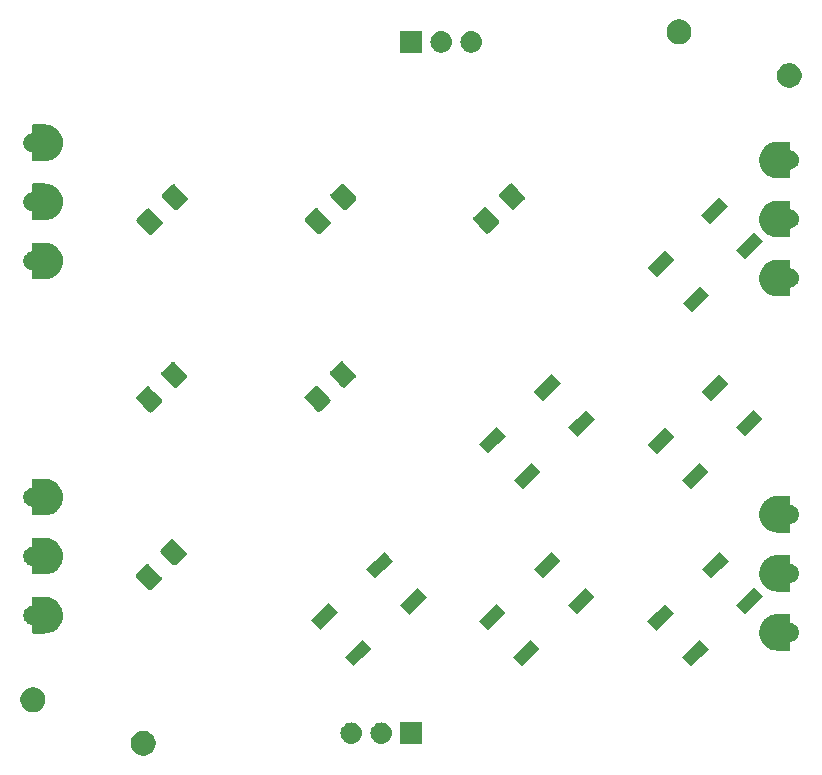
<source format=gbr>
G04 #@! TF.GenerationSoftware,KiCad,Pcbnew,5.1.4-e60b266~84~ubuntu18.04.1*
G04 #@! TF.CreationDate,2019-08-23T14:23:09+02:00*
G04 #@! TF.ProjectId,aab1,61616231-2e6b-4696-9361-645f70636258,rev?*
G04 #@! TF.SameCoordinates,Original*
G04 #@! TF.FileFunction,Soldermask,Top*
G04 #@! TF.FilePolarity,Negative*
%FSLAX46Y46*%
G04 Gerber Fmt 4.6, Leading zero omitted, Abs format (unit mm)*
G04 Created by KiCad (PCBNEW 5.1.4-e60b266~84~ubuntu18.04.1) date 2019-08-23 14:23:09*
%MOMM*%
%LPD*%
G04 APERTURE LIST*
%ADD10C,0.150000*%
G04 APERTURE END LIST*
D10*
G36*
X59651283Y-145347232D02*
G01*
X59842552Y-145426458D01*
X59842554Y-145426459D01*
X60014692Y-145541478D01*
X60161084Y-145687870D01*
X60267055Y-145846466D01*
X60276104Y-145860010D01*
X60355330Y-146051279D01*
X60395719Y-146254327D01*
X60395719Y-146461359D01*
X60355330Y-146664407D01*
X60276104Y-146855676D01*
X60276103Y-146855678D01*
X60161084Y-147027816D01*
X60014692Y-147174208D01*
X59842554Y-147289227D01*
X59842553Y-147289228D01*
X59842552Y-147289228D01*
X59651283Y-147368454D01*
X59448235Y-147408843D01*
X59241203Y-147408843D01*
X59038155Y-147368454D01*
X58846886Y-147289228D01*
X58846885Y-147289228D01*
X58846884Y-147289227D01*
X58674746Y-147174208D01*
X58528354Y-147027816D01*
X58413335Y-146855678D01*
X58413334Y-146855676D01*
X58334108Y-146664407D01*
X58293719Y-146461359D01*
X58293719Y-146254327D01*
X58334108Y-146051279D01*
X58413334Y-145860010D01*
X58422384Y-145846466D01*
X58528354Y-145687870D01*
X58674746Y-145541478D01*
X58846884Y-145426459D01*
X58846886Y-145426458D01*
X59038155Y-145347232D01*
X59241203Y-145306843D01*
X59448235Y-145306843D01*
X59651283Y-145347232D01*
X59651283Y-145347232D01*
G37*
G36*
X82922532Y-146401000D02*
G01*
X81120532Y-146401000D01*
X81120532Y-144599000D01*
X82922532Y-144599000D01*
X82922532Y-146401000D01*
X82922532Y-146401000D01*
G37*
G36*
X77051975Y-144605519D02*
G01*
X77118159Y-144612037D01*
X77287998Y-144663557D01*
X77444523Y-144747222D01*
X77480261Y-144776552D01*
X77581718Y-144859814D01*
X77664980Y-144961271D01*
X77694310Y-144997009D01*
X77777975Y-145153534D01*
X77829495Y-145323373D01*
X77846891Y-145500000D01*
X77829495Y-145676627D01*
X77777975Y-145846466D01*
X77694310Y-146002991D01*
X77664980Y-146038729D01*
X77581718Y-146140186D01*
X77480261Y-146223448D01*
X77444523Y-146252778D01*
X77287998Y-146336443D01*
X77118159Y-146387963D01*
X77051974Y-146394482D01*
X76985792Y-146401000D01*
X76897272Y-146401000D01*
X76831090Y-146394482D01*
X76764905Y-146387963D01*
X76595066Y-146336443D01*
X76438541Y-146252778D01*
X76402803Y-146223448D01*
X76301346Y-146140186D01*
X76218084Y-146038729D01*
X76188754Y-146002991D01*
X76105089Y-145846466D01*
X76053569Y-145676627D01*
X76036173Y-145500000D01*
X76053569Y-145323373D01*
X76105089Y-145153534D01*
X76188754Y-144997009D01*
X76218084Y-144961271D01*
X76301346Y-144859814D01*
X76402803Y-144776552D01*
X76438541Y-144747222D01*
X76595066Y-144663557D01*
X76764905Y-144612037D01*
X76831089Y-144605519D01*
X76897272Y-144599000D01*
X76985792Y-144599000D01*
X77051975Y-144605519D01*
X77051975Y-144605519D01*
G37*
G36*
X79591975Y-144605519D02*
G01*
X79658159Y-144612037D01*
X79827998Y-144663557D01*
X79984523Y-144747222D01*
X80020261Y-144776552D01*
X80121718Y-144859814D01*
X80204980Y-144961271D01*
X80234310Y-144997009D01*
X80317975Y-145153534D01*
X80369495Y-145323373D01*
X80386891Y-145500000D01*
X80369495Y-145676627D01*
X80317975Y-145846466D01*
X80234310Y-146002991D01*
X80204980Y-146038729D01*
X80121718Y-146140186D01*
X80020261Y-146223448D01*
X79984523Y-146252778D01*
X79827998Y-146336443D01*
X79658159Y-146387963D01*
X79591974Y-146394482D01*
X79525792Y-146401000D01*
X79437272Y-146401000D01*
X79371090Y-146394482D01*
X79304905Y-146387963D01*
X79135066Y-146336443D01*
X78978541Y-146252778D01*
X78942803Y-146223448D01*
X78841346Y-146140186D01*
X78758084Y-146038729D01*
X78728754Y-146002991D01*
X78645089Y-145846466D01*
X78593569Y-145676627D01*
X78576173Y-145500000D01*
X78593569Y-145323373D01*
X78645089Y-145153534D01*
X78728754Y-144997009D01*
X78758084Y-144961271D01*
X78841346Y-144859814D01*
X78942803Y-144776552D01*
X78978541Y-144747222D01*
X79135066Y-144663557D01*
X79304905Y-144612037D01*
X79371089Y-144605519D01*
X79437272Y-144599000D01*
X79525792Y-144599000D01*
X79591975Y-144605519D01*
X79591975Y-144605519D01*
G37*
G36*
X50306564Y-141652847D02*
G01*
X50497833Y-141732073D01*
X50497835Y-141732074D01*
X50669973Y-141847093D01*
X50816365Y-141993485D01*
X50931385Y-142165625D01*
X51010611Y-142356894D01*
X51051000Y-142559942D01*
X51051000Y-142766974D01*
X51010611Y-142970022D01*
X50931385Y-143161291D01*
X50931384Y-143161293D01*
X50816365Y-143333431D01*
X50669973Y-143479823D01*
X50497835Y-143594842D01*
X50497834Y-143594843D01*
X50497833Y-143594843D01*
X50306564Y-143674069D01*
X50103516Y-143714458D01*
X49896484Y-143714458D01*
X49693436Y-143674069D01*
X49502167Y-143594843D01*
X49502166Y-143594843D01*
X49502165Y-143594842D01*
X49330027Y-143479823D01*
X49183635Y-143333431D01*
X49068616Y-143161293D01*
X49068615Y-143161291D01*
X48989389Y-142970022D01*
X48949000Y-142766974D01*
X48949000Y-142559942D01*
X48989389Y-142356894D01*
X49068615Y-142165625D01*
X49183635Y-141993485D01*
X49330027Y-141847093D01*
X49502165Y-141732074D01*
X49502167Y-141732073D01*
X49693436Y-141652847D01*
X49896484Y-141612458D01*
X50103516Y-141612458D01*
X50306564Y-141652847D01*
X50306564Y-141652847D01*
G37*
G36*
X107208202Y-138396352D02*
G01*
X106559196Y-139020904D01*
X105693604Y-139853883D01*
X105693603Y-139853883D01*
X104929474Y-139059836D01*
X105686774Y-138331070D01*
X106444072Y-137602305D01*
X106444073Y-137602305D01*
X107208202Y-138396352D01*
X107208202Y-138396352D01*
G37*
G36*
X92187919Y-137597195D02*
G01*
X92437079Y-137861597D01*
X92943690Y-138399200D01*
X91413912Y-139840790D01*
X90658140Y-139038784D01*
X92187918Y-137597194D01*
X92187919Y-137597195D01*
X92187919Y-137597195D01*
G37*
G36*
X78685095Y-138401288D02*
G01*
X77142794Y-139829475D01*
X76394049Y-139020904D01*
X77936350Y-137592717D01*
X78685095Y-138401288D01*
X78685095Y-138401288D01*
G37*
G36*
X114051107Y-135417394D02*
G01*
X114060716Y-135420309D01*
X114069580Y-135425047D01*
X114077345Y-135431420D01*
X114083718Y-135439185D01*
X114088456Y-135448049D01*
X114091371Y-135457658D01*
X114092960Y-135473797D01*
X114092960Y-136049331D01*
X114095362Y-136073717D01*
X114102475Y-136097166D01*
X114114026Y-136118777D01*
X114129571Y-136137719D01*
X114148513Y-136153264D01*
X114170124Y-136164815D01*
X114193573Y-136171928D01*
X114266393Y-136186413D01*
X114287826Y-136192914D01*
X114414479Y-136245376D01*
X114434229Y-136255934D01*
X114548214Y-136332096D01*
X114565523Y-136346300D01*
X114662465Y-136443242D01*
X114676669Y-136460551D01*
X114752831Y-136574536D01*
X114763389Y-136594286D01*
X114815851Y-136720939D01*
X114822352Y-136742372D01*
X114849097Y-136876828D01*
X114851291Y-136899108D01*
X114851291Y-137036206D01*
X114849097Y-137058486D01*
X114822352Y-137192942D01*
X114815851Y-137214375D01*
X114763389Y-137341028D01*
X114752831Y-137360778D01*
X114676669Y-137474763D01*
X114662465Y-137492072D01*
X114565523Y-137589014D01*
X114548214Y-137603218D01*
X114434229Y-137679380D01*
X114414479Y-137689938D01*
X114287826Y-137742400D01*
X114266393Y-137748901D01*
X114193573Y-137763386D01*
X114170124Y-137770499D01*
X114148513Y-137782050D01*
X114129571Y-137797596D01*
X114114026Y-137816537D01*
X114102475Y-137838148D01*
X114095362Y-137861597D01*
X114092960Y-137885983D01*
X114092960Y-138461517D01*
X114091371Y-138477656D01*
X114088456Y-138487265D01*
X114083718Y-138496129D01*
X114077345Y-138503894D01*
X114069580Y-138510267D01*
X114060716Y-138515005D01*
X114051107Y-138517920D01*
X114034968Y-138519509D01*
X113047248Y-138519509D01*
X113018858Y-138516713D01*
X113018749Y-138517819D01*
X113006006Y-138515929D01*
X112970978Y-138515929D01*
X112959806Y-138515383D01*
X112817193Y-138501399D01*
X112817144Y-138501895D01*
X112816777Y-138501830D01*
X112816826Y-138501361D01*
X112809675Y-138500610D01*
X112797844Y-138498736D01*
X112735749Y-138485538D01*
X112734040Y-138485188D01*
X112671587Y-138472822D01*
X112660756Y-138470122D01*
X112523672Y-138428735D01*
X112523091Y-138428557D01*
X112516321Y-138426461D01*
X112505087Y-138422328D01*
X112446726Y-138397315D01*
X112445119Y-138396639D01*
X112386267Y-138372382D01*
X112376155Y-138367623D01*
X112249985Y-138300537D01*
X112249005Y-138300012D01*
X112242956Y-138296741D01*
X112232759Y-138290517D01*
X112180370Y-138254645D01*
X112178922Y-138253668D01*
X112125877Y-138218425D01*
X112116913Y-138211817D01*
X112005981Y-138121342D01*
X112005467Y-138120919D01*
X112000006Y-138116402D01*
X111991198Y-138108303D01*
X111946812Y-138062977D01*
X111945582Y-138061738D01*
X111900389Y-138016860D01*
X111892843Y-138008595D01*
X111801595Y-137898295D01*
X111801105Y-137897699D01*
X111796714Y-137892314D01*
X111789640Y-137882649D01*
X111754875Y-137829524D01*
X111753910Y-137828071D01*
X111718315Y-137775298D01*
X111712525Y-137765739D01*
X111644528Y-137639980D01*
X111644004Y-137639002D01*
X111640816Y-137633006D01*
X111635755Y-137622152D01*
X111611965Y-137563269D01*
X111611299Y-137561653D01*
X111586633Y-137502976D01*
X111582816Y-137492489D01*
X111540491Y-137355759D01*
X111540254Y-137354983D01*
X111538247Y-137348338D01*
X111535394Y-137336721D01*
X111523484Y-137274285D01*
X111523145Y-137272570D01*
X111510356Y-137210273D01*
X111508648Y-137199242D01*
X111493667Y-137056713D01*
X111493607Y-137056123D01*
X111492928Y-137049191D01*
X111492385Y-137037241D01*
X111492827Y-136973730D01*
X111492827Y-136971989D01*
X111492383Y-136908329D01*
X111492851Y-136897169D01*
X111505805Y-136754841D01*
X111505921Y-136753610D01*
X111506578Y-136746917D01*
X111508366Y-136735095D01*
X111521133Y-136672896D01*
X111521472Y-136671185D01*
X111533401Y-136608650D01*
X111536028Y-136597791D01*
X111574318Y-136467693D01*
X111576615Y-136462031D01*
X111577072Y-136460480D01*
X111577201Y-136460518D01*
X111577304Y-136460171D01*
X111577176Y-136460132D01*
X111577713Y-136458352D01*
X111578794Y-136452739D01*
X111582723Y-136441824D01*
X111607355Y-136383226D01*
X111608018Y-136381616D01*
X111631848Y-136322639D01*
X111636539Y-136312486D01*
X111702708Y-136185916D01*
X111703279Y-136184834D01*
X111706476Y-136178821D01*
X111712645Y-136168553D01*
X111748162Y-136115897D01*
X111749128Y-136114442D01*
X111783967Y-136061201D01*
X111790532Y-136052165D01*
X111880212Y-135940623D01*
X111880680Y-135940045D01*
X111885111Y-135934612D01*
X111893154Y-135925744D01*
X111938167Y-135881043D01*
X111939396Y-135879805D01*
X111983971Y-135834286D01*
X111992174Y-135826691D01*
X112101752Y-135734745D01*
X112102426Y-135734183D01*
X112107798Y-135729739D01*
X112117401Y-135722607D01*
X112170346Y-135687430D01*
X112171792Y-135686455D01*
X112224253Y-135650534D01*
X112233770Y-135644679D01*
X112359264Y-135575688D01*
X112359748Y-135575424D01*
X112366011Y-135572038D01*
X112376812Y-135566909D01*
X112435522Y-135542710D01*
X112437130Y-135542034D01*
X112495638Y-135516957D01*
X112506107Y-135513064D01*
X112642719Y-135469728D01*
X112643135Y-135469598D01*
X112649940Y-135467491D01*
X112661549Y-135464553D01*
X112723831Y-135452221D01*
X112725541Y-135451870D01*
X112787804Y-135438636D01*
X112798822Y-135436851D01*
X112941022Y-135420901D01*
X112941814Y-135420815D01*
X112948769Y-135420084D01*
X112960728Y-135419457D01*
X112982260Y-135419457D01*
X112995325Y-135418772D01*
X113016944Y-135416500D01*
X113028105Y-135415876D01*
X113035386Y-135415825D01*
X113035978Y-135415823D01*
X113040925Y-135415823D01*
X113041292Y-135415805D01*
X114034968Y-135415805D01*
X114051107Y-135417394D01*
X114051107Y-135417394D01*
G37*
G36*
X51022250Y-133965516D02*
G01*
X51022359Y-133964410D01*
X51035102Y-133966300D01*
X51070130Y-133966300D01*
X51081302Y-133966846D01*
X51223915Y-133980830D01*
X51223964Y-133980334D01*
X51224331Y-133980399D01*
X51224282Y-133980868D01*
X51231433Y-133981619D01*
X51243264Y-133983493D01*
X51305359Y-133996691D01*
X51307068Y-133997041D01*
X51369521Y-134009407D01*
X51380352Y-134012107D01*
X51517436Y-134053494D01*
X51518017Y-134053672D01*
X51524787Y-134055768D01*
X51536021Y-134059901D01*
X51594382Y-134084914D01*
X51595989Y-134085590D01*
X51654841Y-134109847D01*
X51664953Y-134114606D01*
X51791101Y-134181680D01*
X51792103Y-134182217D01*
X51798152Y-134185488D01*
X51808349Y-134191712D01*
X51860738Y-134227584D01*
X51862186Y-134228561D01*
X51915231Y-134263804D01*
X51924195Y-134270412D01*
X52035127Y-134360887D01*
X52035641Y-134361310D01*
X52041102Y-134365827D01*
X52049910Y-134373926D01*
X52094296Y-134419252D01*
X52095526Y-134420491D01*
X52140719Y-134465369D01*
X52148265Y-134473634D01*
X52239513Y-134583934D01*
X52240003Y-134584530D01*
X52244394Y-134589915D01*
X52251468Y-134599580D01*
X52286233Y-134652705D01*
X52287198Y-134654158D01*
X52322793Y-134706931D01*
X52328583Y-134716490D01*
X52396580Y-134842249D01*
X52397104Y-134843227D01*
X52400292Y-134849223D01*
X52405353Y-134860077D01*
X52429143Y-134918960D01*
X52429809Y-134920576D01*
X52454475Y-134979253D01*
X52458292Y-134989740D01*
X52500617Y-135126470D01*
X52500854Y-135127246D01*
X52502861Y-135133891D01*
X52505714Y-135145508D01*
X52517624Y-135207944D01*
X52517963Y-135209659D01*
X52530752Y-135271956D01*
X52532460Y-135282987D01*
X52547441Y-135425516D01*
X52547501Y-135426106D01*
X52548180Y-135433038D01*
X52548723Y-135444988D01*
X52548281Y-135508498D01*
X52548281Y-135510239D01*
X52548725Y-135573900D01*
X52548257Y-135585060D01*
X52535303Y-135727388D01*
X52535194Y-135728545D01*
X52534530Y-135735312D01*
X52532742Y-135747134D01*
X52519975Y-135809333D01*
X52519636Y-135811044D01*
X52507707Y-135873579D01*
X52505080Y-135884438D01*
X52466790Y-136014536D01*
X52464493Y-136020198D01*
X52464036Y-136021749D01*
X52463907Y-136021711D01*
X52463804Y-136022058D01*
X52463932Y-136022097D01*
X52463395Y-136023877D01*
X52462314Y-136029490D01*
X52458385Y-136040405D01*
X52433753Y-136099003D01*
X52433090Y-136100613D01*
X52409260Y-136159590D01*
X52404569Y-136169743D01*
X52338400Y-136296313D01*
X52337851Y-136297354D01*
X52334632Y-136303408D01*
X52328463Y-136313676D01*
X52292946Y-136366332D01*
X52291980Y-136367787D01*
X52257141Y-136421028D01*
X52250576Y-136430064D01*
X52160896Y-136541606D01*
X52160428Y-136542184D01*
X52155997Y-136547617D01*
X52147954Y-136556485D01*
X52102941Y-136601186D01*
X52101712Y-136602424D01*
X52057137Y-136647943D01*
X52048934Y-136655538D01*
X51939356Y-136747484D01*
X51938682Y-136748046D01*
X51933310Y-136752490D01*
X51923707Y-136759622D01*
X51870762Y-136794799D01*
X51869316Y-136795774D01*
X51816855Y-136831695D01*
X51807338Y-136837550D01*
X51681844Y-136906541D01*
X51681360Y-136906805D01*
X51675097Y-136910191D01*
X51664296Y-136915320D01*
X51605586Y-136939519D01*
X51603978Y-136940195D01*
X51545470Y-136965272D01*
X51535001Y-136969165D01*
X51398418Y-137012492D01*
X51397973Y-137012631D01*
X51391168Y-137014738D01*
X51379559Y-137017676D01*
X51317277Y-137030008D01*
X51315567Y-137030359D01*
X51253304Y-137043593D01*
X51242286Y-137045378D01*
X51100086Y-137061328D01*
X51099294Y-137061414D01*
X51092339Y-137062145D01*
X51080380Y-137062772D01*
X51058848Y-137062772D01*
X51045783Y-137063457D01*
X51024164Y-137065729D01*
X51013003Y-137066353D01*
X51005722Y-137066404D01*
X51005130Y-137066406D01*
X51000183Y-137066406D01*
X50999816Y-137066424D01*
X50006140Y-137066424D01*
X49990001Y-137064835D01*
X49980392Y-137061920D01*
X49971528Y-137057182D01*
X49963763Y-137050809D01*
X49957390Y-137043044D01*
X49952652Y-137034180D01*
X49949737Y-137024571D01*
X49948148Y-137008432D01*
X49948148Y-136432898D01*
X49945746Y-136408512D01*
X49938633Y-136385063D01*
X49927082Y-136363452D01*
X49911537Y-136344510D01*
X49892595Y-136328965D01*
X49870984Y-136317414D01*
X49847535Y-136310301D01*
X49774715Y-136295816D01*
X49753282Y-136289315D01*
X49626629Y-136236853D01*
X49606879Y-136226295D01*
X49492894Y-136150133D01*
X49475585Y-136135929D01*
X49378643Y-136038987D01*
X49364439Y-136021678D01*
X49288277Y-135907693D01*
X49277719Y-135887943D01*
X49225257Y-135761290D01*
X49218756Y-135739857D01*
X49192011Y-135605401D01*
X49189817Y-135583121D01*
X49189817Y-135446023D01*
X49192011Y-135423743D01*
X49218756Y-135289287D01*
X49225257Y-135267854D01*
X49277719Y-135141201D01*
X49288277Y-135121451D01*
X49364439Y-135007466D01*
X49378643Y-134990157D01*
X49475585Y-134893215D01*
X49492894Y-134879011D01*
X49606879Y-134802849D01*
X49626629Y-134792291D01*
X49753282Y-134739829D01*
X49774715Y-134733328D01*
X49847535Y-134718843D01*
X49870984Y-134711730D01*
X49892595Y-134700179D01*
X49911537Y-134684633D01*
X49927082Y-134665692D01*
X49938633Y-134644081D01*
X49945746Y-134620632D01*
X49948148Y-134596246D01*
X49948148Y-134020712D01*
X49949737Y-134004573D01*
X49952652Y-133994964D01*
X49957390Y-133986100D01*
X49963763Y-133978335D01*
X49971528Y-133971962D01*
X49980392Y-133967224D01*
X49990001Y-133964309D01*
X50006140Y-133962720D01*
X50993860Y-133962720D01*
X51022250Y-133965516D01*
X51022250Y-133965516D01*
G37*
G36*
X104295914Y-135370038D02*
G01*
X103590024Y-136049331D01*
X102781316Y-136827569D01*
X102781315Y-136827569D01*
X102017186Y-136033522D01*
X102805346Y-135275059D01*
X103531784Y-134575991D01*
X103531785Y-134575991D01*
X104295914Y-135370038D01*
X104295914Y-135370038D01*
G37*
G36*
X89307482Y-134540550D02*
G01*
X89413171Y-134652705D01*
X90063253Y-135342555D01*
X88533475Y-136784145D01*
X88335950Y-136574536D01*
X87777703Y-135982139D01*
X87828137Y-135934612D01*
X89307481Y-134540549D01*
X89307482Y-134540550D01*
X89307482Y-134540550D01*
G37*
G36*
X75831442Y-135319623D02*
G01*
X74289141Y-136747810D01*
X73540396Y-135939239D01*
X75082697Y-134511052D01*
X75831442Y-135319623D01*
X75831442Y-135319623D01*
G37*
G36*
X83380966Y-134052863D02*
G01*
X81838665Y-135481050D01*
X81089920Y-134672479D01*
X82632221Y-133244292D01*
X83380966Y-134052863D01*
X83380966Y-134052863D01*
G37*
G36*
X96845664Y-133207958D02*
G01*
X97119679Y-133498736D01*
X97601435Y-134009963D01*
X96071657Y-135451553D01*
X96057803Y-135436851D01*
X95315885Y-134649547D01*
X95368909Y-134599580D01*
X96845663Y-133207957D01*
X96845664Y-133207958D01*
X96845664Y-133207958D01*
G37*
G36*
X111819730Y-133958580D02*
G01*
X111169075Y-134584719D01*
X110305132Y-135416111D01*
X110305131Y-135416111D01*
X109541002Y-134622064D01*
X110686726Y-133519509D01*
X111055600Y-133164533D01*
X111055601Y-133164533D01*
X111819730Y-133958580D01*
X111819730Y-133958580D01*
G37*
G36*
X114051107Y-130417394D02*
G01*
X114060716Y-130420309D01*
X114069580Y-130425047D01*
X114077345Y-130431420D01*
X114083718Y-130439185D01*
X114088456Y-130448049D01*
X114091371Y-130457658D01*
X114092960Y-130473797D01*
X114092960Y-131049331D01*
X114095362Y-131073717D01*
X114102475Y-131097166D01*
X114114026Y-131118777D01*
X114129571Y-131137719D01*
X114148513Y-131153264D01*
X114170124Y-131164815D01*
X114193573Y-131171928D01*
X114266393Y-131186413D01*
X114287826Y-131192914D01*
X114414479Y-131245376D01*
X114434229Y-131255934D01*
X114548214Y-131332096D01*
X114565523Y-131346300D01*
X114662465Y-131443242D01*
X114676669Y-131460551D01*
X114752831Y-131574536D01*
X114763389Y-131594286D01*
X114815851Y-131720939D01*
X114822352Y-131742372D01*
X114849097Y-131876828D01*
X114851291Y-131899108D01*
X114851291Y-132036206D01*
X114849097Y-132058486D01*
X114822352Y-132192942D01*
X114815851Y-132214375D01*
X114763389Y-132341028D01*
X114752831Y-132360778D01*
X114676669Y-132474763D01*
X114662465Y-132492072D01*
X114565523Y-132589014D01*
X114548214Y-132603218D01*
X114434229Y-132679380D01*
X114414479Y-132689938D01*
X114287826Y-132742400D01*
X114266393Y-132748901D01*
X114193573Y-132763386D01*
X114170124Y-132770499D01*
X114148513Y-132782050D01*
X114129571Y-132797596D01*
X114114026Y-132816537D01*
X114102475Y-132838148D01*
X114095362Y-132861597D01*
X114092960Y-132885983D01*
X114092960Y-133461517D01*
X114091371Y-133477656D01*
X114088456Y-133487265D01*
X114083718Y-133496129D01*
X114077345Y-133503894D01*
X114069580Y-133510267D01*
X114060716Y-133515005D01*
X114051107Y-133517920D01*
X114034968Y-133519509D01*
X113047248Y-133519509D01*
X113018858Y-133516713D01*
X113018749Y-133517819D01*
X113006006Y-133515929D01*
X112970978Y-133515929D01*
X112959806Y-133515383D01*
X112817193Y-133501399D01*
X112817144Y-133501895D01*
X112816777Y-133501830D01*
X112816826Y-133501361D01*
X112809675Y-133500610D01*
X112797844Y-133498736D01*
X112735749Y-133485538D01*
X112734040Y-133485188D01*
X112671587Y-133472822D01*
X112660756Y-133470122D01*
X112523672Y-133428735D01*
X112523091Y-133428557D01*
X112516321Y-133426461D01*
X112505087Y-133422328D01*
X112446726Y-133397315D01*
X112445119Y-133396639D01*
X112386267Y-133372382D01*
X112376155Y-133367623D01*
X112249985Y-133300537D01*
X112249005Y-133300012D01*
X112242956Y-133296741D01*
X112232759Y-133290517D01*
X112180370Y-133254645D01*
X112178922Y-133253668D01*
X112125877Y-133218425D01*
X112116913Y-133211817D01*
X112005981Y-133121342D01*
X112005467Y-133120919D01*
X112000006Y-133116402D01*
X111991198Y-133108303D01*
X111946812Y-133062977D01*
X111945582Y-133061738D01*
X111900389Y-133016860D01*
X111892843Y-133008595D01*
X111801595Y-132898295D01*
X111801105Y-132897699D01*
X111796714Y-132892314D01*
X111789640Y-132882649D01*
X111754875Y-132829524D01*
X111753910Y-132828071D01*
X111718315Y-132775298D01*
X111712525Y-132765739D01*
X111644528Y-132639980D01*
X111644004Y-132639002D01*
X111640816Y-132633006D01*
X111635755Y-132622152D01*
X111611965Y-132563269D01*
X111611299Y-132561653D01*
X111586633Y-132502976D01*
X111582816Y-132492489D01*
X111540491Y-132355759D01*
X111540254Y-132354983D01*
X111538247Y-132348338D01*
X111535394Y-132336721D01*
X111523484Y-132274285D01*
X111523145Y-132272570D01*
X111510356Y-132210273D01*
X111508648Y-132199242D01*
X111493667Y-132056713D01*
X111493607Y-132056123D01*
X111492928Y-132049191D01*
X111492385Y-132037241D01*
X111492827Y-131973730D01*
X111492827Y-131971989D01*
X111492383Y-131908329D01*
X111492851Y-131897169D01*
X111505805Y-131754841D01*
X111505921Y-131753610D01*
X111506578Y-131746917D01*
X111508366Y-131735095D01*
X111521133Y-131672896D01*
X111521472Y-131671185D01*
X111533401Y-131608650D01*
X111536028Y-131597791D01*
X111574318Y-131467693D01*
X111576615Y-131462031D01*
X111577072Y-131460480D01*
X111577201Y-131460518D01*
X111577304Y-131460171D01*
X111577176Y-131460132D01*
X111577713Y-131458352D01*
X111578794Y-131452739D01*
X111582723Y-131441824D01*
X111607355Y-131383226D01*
X111608018Y-131381616D01*
X111631848Y-131322639D01*
X111636539Y-131312486D01*
X111702708Y-131185916D01*
X111703279Y-131184834D01*
X111706476Y-131178821D01*
X111712645Y-131168553D01*
X111748162Y-131115897D01*
X111749128Y-131114442D01*
X111783967Y-131061201D01*
X111790532Y-131052165D01*
X111880212Y-130940623D01*
X111880680Y-130940045D01*
X111885111Y-130934612D01*
X111893154Y-130925744D01*
X111938167Y-130881043D01*
X111939396Y-130879805D01*
X111983971Y-130834286D01*
X111992174Y-130826691D01*
X112101752Y-130734745D01*
X112102426Y-130734183D01*
X112107798Y-130729739D01*
X112117401Y-130722607D01*
X112170346Y-130687430D01*
X112171792Y-130686455D01*
X112224253Y-130650534D01*
X112233770Y-130644679D01*
X112359264Y-130575688D01*
X112359748Y-130575424D01*
X112366011Y-130572038D01*
X112376812Y-130566909D01*
X112435522Y-130542710D01*
X112437130Y-130542034D01*
X112495638Y-130516957D01*
X112506107Y-130513064D01*
X112642719Y-130469728D01*
X112643135Y-130469598D01*
X112649940Y-130467491D01*
X112661549Y-130464553D01*
X112723831Y-130452221D01*
X112725541Y-130451870D01*
X112787804Y-130438636D01*
X112798822Y-130436851D01*
X112941022Y-130420901D01*
X112941814Y-130420815D01*
X112948769Y-130420084D01*
X112960728Y-130419457D01*
X112982260Y-130419457D01*
X112995325Y-130418772D01*
X113016944Y-130416500D01*
X113028105Y-130415876D01*
X113035386Y-130415825D01*
X113035978Y-130415823D01*
X113040925Y-130415823D01*
X113041292Y-130415805D01*
X114034968Y-130415805D01*
X114051107Y-130417394D01*
X114051107Y-130417394D01*
G37*
G36*
X59734887Y-131181943D02*
G01*
X59769809Y-131192524D01*
X59801996Y-131209717D01*
X59834987Y-131236774D01*
X60872070Y-132273219D01*
X60899142Y-132306186D01*
X60916356Y-132338368D01*
X60926960Y-132373285D01*
X60930547Y-132409595D01*
X60926981Y-132445918D01*
X60916400Y-132480840D01*
X60899207Y-132513027D01*
X60872150Y-132546018D01*
X60065444Y-133353220D01*
X60032477Y-133380292D01*
X60000295Y-133397506D01*
X59965378Y-133408110D01*
X59929068Y-133411697D01*
X59892745Y-133408131D01*
X59857823Y-133397550D01*
X59825636Y-133380357D01*
X59792645Y-133353300D01*
X58755562Y-132316855D01*
X58728490Y-132283888D01*
X58711276Y-132251706D01*
X58700672Y-132216789D01*
X58697085Y-132180479D01*
X58700651Y-132144156D01*
X58711232Y-132109234D01*
X58728425Y-132077047D01*
X58755482Y-132044056D01*
X59562188Y-131236854D01*
X59595155Y-131209782D01*
X59627337Y-131192568D01*
X59662254Y-131181964D01*
X59698564Y-131178377D01*
X59734887Y-131181943D01*
X59734887Y-131181943D01*
G37*
G36*
X80527313Y-130971198D02*
G01*
X78985012Y-132399385D01*
X78236267Y-131590814D01*
X79778568Y-130162627D01*
X80527313Y-130971198D01*
X80527313Y-130971198D01*
G37*
G36*
X93965227Y-130151313D02*
G01*
X94435669Y-130650534D01*
X94720998Y-130953318D01*
X93191220Y-132394908D01*
X93170844Y-132373285D01*
X92435448Y-131592902D01*
X92575655Y-131460778D01*
X93965226Y-130151312D01*
X93965227Y-130151313D01*
X93965227Y-130151313D01*
G37*
G36*
X108907442Y-130932266D02*
G01*
X108219501Y-131594286D01*
X107392844Y-132389797D01*
X107392843Y-132389797D01*
X106628714Y-131595750D01*
X107419992Y-130834286D01*
X108143312Y-130138219D01*
X108143313Y-130138219D01*
X108907442Y-130932266D01*
X108907442Y-130932266D01*
G37*
G36*
X51022250Y-128965516D02*
G01*
X51022359Y-128964410D01*
X51035102Y-128966300D01*
X51070130Y-128966300D01*
X51081302Y-128966846D01*
X51223915Y-128980830D01*
X51223964Y-128980334D01*
X51224331Y-128980399D01*
X51224282Y-128980868D01*
X51231433Y-128981619D01*
X51243264Y-128983493D01*
X51305359Y-128996691D01*
X51307068Y-128997041D01*
X51369521Y-129009407D01*
X51380352Y-129012107D01*
X51517436Y-129053494D01*
X51518017Y-129053672D01*
X51524787Y-129055768D01*
X51536021Y-129059901D01*
X51594382Y-129084914D01*
X51595989Y-129085590D01*
X51654841Y-129109847D01*
X51664953Y-129114606D01*
X51791101Y-129181680D01*
X51792103Y-129182217D01*
X51798152Y-129185488D01*
X51808349Y-129191712D01*
X51860738Y-129227584D01*
X51862186Y-129228561D01*
X51915231Y-129263804D01*
X51924195Y-129270412D01*
X52035127Y-129360887D01*
X52035641Y-129361310D01*
X52041102Y-129365827D01*
X52049910Y-129373926D01*
X52094296Y-129419252D01*
X52095526Y-129420491D01*
X52140719Y-129465369D01*
X52148265Y-129473634D01*
X52239513Y-129583934D01*
X52240003Y-129584530D01*
X52244394Y-129589915D01*
X52251468Y-129599580D01*
X52286233Y-129652705D01*
X52287198Y-129654158D01*
X52322793Y-129706931D01*
X52328583Y-129716490D01*
X52396580Y-129842249D01*
X52397104Y-129843227D01*
X52400292Y-129849223D01*
X52405353Y-129860077D01*
X52429143Y-129918960D01*
X52429809Y-129920576D01*
X52454475Y-129979253D01*
X52458292Y-129989740D01*
X52500617Y-130126470D01*
X52500854Y-130127246D01*
X52502861Y-130133891D01*
X52505714Y-130145508D01*
X52517624Y-130207944D01*
X52517963Y-130209659D01*
X52530752Y-130271956D01*
X52532460Y-130282987D01*
X52547441Y-130425516D01*
X52547501Y-130426106D01*
X52548180Y-130433038D01*
X52548723Y-130444988D01*
X52548281Y-130508498D01*
X52548281Y-130510239D01*
X52548725Y-130573900D01*
X52548257Y-130585060D01*
X52535303Y-130727388D01*
X52535194Y-130728545D01*
X52534530Y-130735312D01*
X52532742Y-130747134D01*
X52519975Y-130809333D01*
X52519636Y-130811044D01*
X52507707Y-130873579D01*
X52505080Y-130884438D01*
X52466790Y-131014536D01*
X52464493Y-131020198D01*
X52464036Y-131021749D01*
X52463907Y-131021711D01*
X52463804Y-131022058D01*
X52463932Y-131022097D01*
X52463395Y-131023877D01*
X52462314Y-131029490D01*
X52458385Y-131040405D01*
X52433753Y-131099003D01*
X52433090Y-131100613D01*
X52409260Y-131159590D01*
X52404569Y-131169743D01*
X52338400Y-131296313D01*
X52337851Y-131297354D01*
X52334632Y-131303408D01*
X52328463Y-131313676D01*
X52292946Y-131366332D01*
X52291980Y-131367787D01*
X52257141Y-131421028D01*
X52250576Y-131430064D01*
X52160896Y-131541606D01*
X52160428Y-131542184D01*
X52155997Y-131547617D01*
X52147954Y-131556485D01*
X52102941Y-131601186D01*
X52101712Y-131602424D01*
X52057137Y-131647943D01*
X52048934Y-131655538D01*
X51939356Y-131747484D01*
X51938682Y-131748046D01*
X51933310Y-131752490D01*
X51923707Y-131759622D01*
X51870762Y-131794799D01*
X51869316Y-131795774D01*
X51816855Y-131831695D01*
X51807338Y-131837550D01*
X51681844Y-131906541D01*
X51681360Y-131906805D01*
X51675097Y-131910191D01*
X51664296Y-131915320D01*
X51605586Y-131939519D01*
X51603978Y-131940195D01*
X51545470Y-131965272D01*
X51535001Y-131969165D01*
X51398418Y-132012492D01*
X51397973Y-132012631D01*
X51391168Y-132014738D01*
X51379559Y-132017676D01*
X51317277Y-132030008D01*
X51315567Y-132030359D01*
X51253304Y-132043593D01*
X51242286Y-132045378D01*
X51100086Y-132061328D01*
X51099294Y-132061414D01*
X51092339Y-132062145D01*
X51080380Y-132062772D01*
X51058848Y-132062772D01*
X51045783Y-132063457D01*
X51024164Y-132065729D01*
X51013003Y-132066353D01*
X51005722Y-132066404D01*
X51005130Y-132066406D01*
X51000183Y-132066406D01*
X50999816Y-132066424D01*
X50006140Y-132066424D01*
X49990001Y-132064835D01*
X49980392Y-132061920D01*
X49971528Y-132057182D01*
X49963763Y-132050809D01*
X49957390Y-132043044D01*
X49952652Y-132034180D01*
X49949737Y-132024571D01*
X49948148Y-132008432D01*
X49948148Y-131432898D01*
X49945746Y-131408512D01*
X49938633Y-131385063D01*
X49927082Y-131363452D01*
X49911537Y-131344510D01*
X49892595Y-131328965D01*
X49870984Y-131317414D01*
X49847535Y-131310301D01*
X49774715Y-131295816D01*
X49753282Y-131289315D01*
X49626629Y-131236853D01*
X49606879Y-131226295D01*
X49492894Y-131150133D01*
X49475585Y-131135929D01*
X49378643Y-131038987D01*
X49364439Y-131021678D01*
X49288277Y-130907693D01*
X49277719Y-130887943D01*
X49225257Y-130761290D01*
X49218756Y-130739857D01*
X49192011Y-130605401D01*
X49189817Y-130583121D01*
X49189817Y-130446023D01*
X49192011Y-130423743D01*
X49218756Y-130289287D01*
X49225257Y-130267854D01*
X49277719Y-130141201D01*
X49288277Y-130121451D01*
X49364439Y-130007466D01*
X49378643Y-129990157D01*
X49475585Y-129893215D01*
X49492894Y-129879011D01*
X49606879Y-129802849D01*
X49626629Y-129792291D01*
X49753282Y-129739829D01*
X49774715Y-129733328D01*
X49847535Y-129718843D01*
X49870984Y-129711730D01*
X49892595Y-129700179D01*
X49911537Y-129684633D01*
X49927082Y-129665692D01*
X49938633Y-129644081D01*
X49945746Y-129620632D01*
X49948148Y-129596246D01*
X49948148Y-129020712D01*
X49949737Y-129004573D01*
X49952652Y-128994964D01*
X49957390Y-128986100D01*
X49963763Y-128978335D01*
X49971528Y-128971962D01*
X49980392Y-128967224D01*
X49990001Y-128964309D01*
X50006140Y-128962720D01*
X50993860Y-128962720D01*
X51022250Y-128965516D01*
X51022250Y-128965516D01*
G37*
G36*
X61837883Y-129077655D02*
G01*
X61872805Y-129088236D01*
X61904992Y-129105429D01*
X61937983Y-129132486D01*
X62975066Y-130168931D01*
X63002138Y-130201898D01*
X63019352Y-130234080D01*
X63029956Y-130268997D01*
X63033543Y-130305307D01*
X63029977Y-130341630D01*
X63019396Y-130376552D01*
X63002203Y-130408739D01*
X62975146Y-130441730D01*
X62168440Y-131248932D01*
X62135473Y-131276004D01*
X62103291Y-131293218D01*
X62068374Y-131303822D01*
X62032064Y-131307409D01*
X61995741Y-131303843D01*
X61960819Y-131293262D01*
X61928632Y-131276069D01*
X61895641Y-131249012D01*
X60858558Y-130212567D01*
X60831486Y-130179600D01*
X60814272Y-130147418D01*
X60803668Y-130112501D01*
X60800081Y-130076191D01*
X60803647Y-130039868D01*
X60814228Y-130004946D01*
X60831421Y-129972759D01*
X60858478Y-129939768D01*
X61665184Y-129132566D01*
X61698151Y-129105494D01*
X61730333Y-129088280D01*
X61765250Y-129077676D01*
X61801560Y-129074089D01*
X61837883Y-129077655D01*
X61837883Y-129077655D01*
G37*
G36*
X114051107Y-125417394D02*
G01*
X114060716Y-125420309D01*
X114069580Y-125425047D01*
X114077345Y-125431420D01*
X114083718Y-125439185D01*
X114088456Y-125448049D01*
X114091371Y-125457658D01*
X114092960Y-125473797D01*
X114092960Y-126049331D01*
X114095362Y-126073717D01*
X114102475Y-126097166D01*
X114114026Y-126118777D01*
X114129571Y-126137719D01*
X114148513Y-126153264D01*
X114170124Y-126164815D01*
X114193573Y-126171928D01*
X114266393Y-126186413D01*
X114287826Y-126192914D01*
X114414479Y-126245376D01*
X114434229Y-126255934D01*
X114548214Y-126332096D01*
X114565523Y-126346300D01*
X114662465Y-126443242D01*
X114676669Y-126460551D01*
X114752831Y-126574536D01*
X114763389Y-126594286D01*
X114815851Y-126720939D01*
X114822352Y-126742372D01*
X114849097Y-126876828D01*
X114851291Y-126899108D01*
X114851291Y-127036206D01*
X114849097Y-127058486D01*
X114822352Y-127192942D01*
X114815851Y-127214375D01*
X114763389Y-127341028D01*
X114752831Y-127360778D01*
X114676669Y-127474763D01*
X114662465Y-127492072D01*
X114565523Y-127589014D01*
X114548214Y-127603218D01*
X114434229Y-127679380D01*
X114414479Y-127689938D01*
X114287826Y-127742400D01*
X114266393Y-127748901D01*
X114193573Y-127763386D01*
X114170124Y-127770499D01*
X114148513Y-127782050D01*
X114129571Y-127797596D01*
X114114026Y-127816537D01*
X114102475Y-127838148D01*
X114095362Y-127861597D01*
X114092960Y-127885983D01*
X114092960Y-128461517D01*
X114091371Y-128477656D01*
X114088456Y-128487265D01*
X114083718Y-128496129D01*
X114077345Y-128503894D01*
X114069580Y-128510267D01*
X114060716Y-128515005D01*
X114051107Y-128517920D01*
X114034968Y-128519509D01*
X113047248Y-128519509D01*
X113018858Y-128516713D01*
X113018749Y-128517819D01*
X113006006Y-128515929D01*
X112970978Y-128515929D01*
X112959806Y-128515383D01*
X112817193Y-128501399D01*
X112817144Y-128501895D01*
X112816777Y-128501830D01*
X112816826Y-128501361D01*
X112809675Y-128500610D01*
X112797844Y-128498736D01*
X112735749Y-128485538D01*
X112734040Y-128485188D01*
X112671587Y-128472822D01*
X112660756Y-128470122D01*
X112523672Y-128428735D01*
X112523091Y-128428557D01*
X112516321Y-128426461D01*
X112505087Y-128422328D01*
X112446726Y-128397315D01*
X112445119Y-128396639D01*
X112386267Y-128372382D01*
X112376155Y-128367623D01*
X112249985Y-128300537D01*
X112249005Y-128300012D01*
X112242956Y-128296741D01*
X112232759Y-128290517D01*
X112180370Y-128254645D01*
X112178922Y-128253668D01*
X112125877Y-128218425D01*
X112116913Y-128211817D01*
X112005981Y-128121342D01*
X112005467Y-128120919D01*
X112000006Y-128116402D01*
X111991198Y-128108303D01*
X111946812Y-128062977D01*
X111945582Y-128061738D01*
X111900389Y-128016860D01*
X111892843Y-128008595D01*
X111801595Y-127898295D01*
X111801105Y-127897699D01*
X111796714Y-127892314D01*
X111789640Y-127882649D01*
X111754875Y-127829524D01*
X111753910Y-127828071D01*
X111718315Y-127775298D01*
X111712525Y-127765739D01*
X111644528Y-127639980D01*
X111644004Y-127639002D01*
X111640816Y-127633006D01*
X111635755Y-127622152D01*
X111611965Y-127563269D01*
X111611299Y-127561653D01*
X111586633Y-127502976D01*
X111582816Y-127492489D01*
X111540491Y-127355759D01*
X111540254Y-127354983D01*
X111538247Y-127348338D01*
X111535394Y-127336721D01*
X111523484Y-127274285D01*
X111523145Y-127272570D01*
X111510356Y-127210273D01*
X111508648Y-127199242D01*
X111493667Y-127056713D01*
X111493607Y-127056123D01*
X111492928Y-127049191D01*
X111492385Y-127037241D01*
X111492827Y-126973730D01*
X111492827Y-126971989D01*
X111492383Y-126908329D01*
X111492851Y-126897169D01*
X111505805Y-126754841D01*
X111505921Y-126753610D01*
X111506578Y-126746917D01*
X111508366Y-126735095D01*
X111521133Y-126672896D01*
X111521472Y-126671185D01*
X111533401Y-126608650D01*
X111536028Y-126597791D01*
X111574318Y-126467693D01*
X111576615Y-126462031D01*
X111577072Y-126460480D01*
X111577201Y-126460518D01*
X111577304Y-126460171D01*
X111577176Y-126460132D01*
X111577713Y-126458352D01*
X111578794Y-126452739D01*
X111582723Y-126441824D01*
X111607355Y-126383226D01*
X111608018Y-126381616D01*
X111631848Y-126322639D01*
X111636539Y-126312486D01*
X111702708Y-126185916D01*
X111703279Y-126184834D01*
X111706476Y-126178821D01*
X111712645Y-126168553D01*
X111748162Y-126115897D01*
X111749128Y-126114442D01*
X111783967Y-126061201D01*
X111790532Y-126052165D01*
X111880212Y-125940623D01*
X111880680Y-125940045D01*
X111885111Y-125934612D01*
X111893154Y-125925744D01*
X111938167Y-125881043D01*
X111939396Y-125879805D01*
X111983971Y-125834286D01*
X111992174Y-125826691D01*
X112101752Y-125734745D01*
X112102426Y-125734183D01*
X112107798Y-125729739D01*
X112117401Y-125722607D01*
X112170346Y-125687430D01*
X112171792Y-125686455D01*
X112224253Y-125650534D01*
X112233770Y-125644679D01*
X112359264Y-125575688D01*
X112359748Y-125575424D01*
X112366011Y-125572038D01*
X112376812Y-125566909D01*
X112435522Y-125542710D01*
X112437130Y-125542034D01*
X112495638Y-125516957D01*
X112506107Y-125513064D01*
X112642719Y-125469728D01*
X112643135Y-125469598D01*
X112649940Y-125467491D01*
X112661549Y-125464553D01*
X112723831Y-125452221D01*
X112725541Y-125451870D01*
X112787804Y-125438636D01*
X112798822Y-125436851D01*
X112941022Y-125420901D01*
X112941814Y-125420815D01*
X112948769Y-125420084D01*
X112960728Y-125419457D01*
X112982260Y-125419457D01*
X112995325Y-125418772D01*
X113016944Y-125416500D01*
X113028105Y-125415876D01*
X113035386Y-125415825D01*
X113035978Y-125415823D01*
X113040925Y-125415823D01*
X113041292Y-125415805D01*
X114034968Y-125415805D01*
X114051107Y-125417394D01*
X114051107Y-125417394D01*
G37*
G36*
X51022250Y-123965516D02*
G01*
X51022359Y-123964410D01*
X51035102Y-123966300D01*
X51070130Y-123966300D01*
X51081302Y-123966846D01*
X51223915Y-123980830D01*
X51223964Y-123980334D01*
X51224331Y-123980399D01*
X51224282Y-123980868D01*
X51231433Y-123981619D01*
X51243264Y-123983493D01*
X51305359Y-123996691D01*
X51307068Y-123997041D01*
X51369521Y-124009407D01*
X51380352Y-124012107D01*
X51517436Y-124053494D01*
X51518017Y-124053672D01*
X51524787Y-124055768D01*
X51536021Y-124059901D01*
X51594382Y-124084914D01*
X51595989Y-124085590D01*
X51654841Y-124109847D01*
X51664953Y-124114606D01*
X51791101Y-124181680D01*
X51792103Y-124182217D01*
X51798152Y-124185488D01*
X51808349Y-124191712D01*
X51860738Y-124227584D01*
X51862186Y-124228561D01*
X51915231Y-124263804D01*
X51924195Y-124270412D01*
X52035127Y-124360887D01*
X52035641Y-124361310D01*
X52041102Y-124365827D01*
X52049910Y-124373926D01*
X52094296Y-124419252D01*
X52095526Y-124420491D01*
X52140719Y-124465369D01*
X52148265Y-124473634D01*
X52239513Y-124583934D01*
X52240003Y-124584530D01*
X52244394Y-124589915D01*
X52251468Y-124599580D01*
X52286233Y-124652705D01*
X52287198Y-124654158D01*
X52322793Y-124706931D01*
X52328583Y-124716490D01*
X52396580Y-124842249D01*
X52397104Y-124843227D01*
X52400292Y-124849223D01*
X52405353Y-124860077D01*
X52429143Y-124918960D01*
X52429809Y-124920576D01*
X52454475Y-124979253D01*
X52458292Y-124989740D01*
X52500617Y-125126470D01*
X52500854Y-125127246D01*
X52502861Y-125133891D01*
X52505714Y-125145508D01*
X52517624Y-125207944D01*
X52517963Y-125209659D01*
X52530752Y-125271956D01*
X52532460Y-125282987D01*
X52547441Y-125425516D01*
X52547501Y-125426106D01*
X52548180Y-125433038D01*
X52548723Y-125444988D01*
X52548281Y-125508498D01*
X52548281Y-125510239D01*
X52548725Y-125573900D01*
X52548257Y-125585060D01*
X52535303Y-125727388D01*
X52535194Y-125728545D01*
X52534530Y-125735312D01*
X52532742Y-125747134D01*
X52519975Y-125809333D01*
X52519636Y-125811044D01*
X52507707Y-125873579D01*
X52505080Y-125884438D01*
X52466790Y-126014536D01*
X52464493Y-126020198D01*
X52464036Y-126021749D01*
X52463907Y-126021711D01*
X52463804Y-126022058D01*
X52463932Y-126022097D01*
X52463395Y-126023877D01*
X52462314Y-126029490D01*
X52458385Y-126040405D01*
X52433753Y-126099003D01*
X52433090Y-126100613D01*
X52409260Y-126159590D01*
X52404569Y-126169743D01*
X52338400Y-126296313D01*
X52337851Y-126297354D01*
X52334632Y-126303408D01*
X52328463Y-126313676D01*
X52292946Y-126366332D01*
X52291980Y-126367787D01*
X52257141Y-126421028D01*
X52250576Y-126430064D01*
X52160896Y-126541606D01*
X52160428Y-126542184D01*
X52155997Y-126547617D01*
X52147954Y-126556485D01*
X52102941Y-126601186D01*
X52101712Y-126602424D01*
X52057137Y-126647943D01*
X52048934Y-126655538D01*
X51939356Y-126747484D01*
X51938682Y-126748046D01*
X51933310Y-126752490D01*
X51923707Y-126759622D01*
X51870762Y-126794799D01*
X51869316Y-126795774D01*
X51816855Y-126831695D01*
X51807338Y-126837550D01*
X51681844Y-126906541D01*
X51681360Y-126906805D01*
X51675097Y-126910191D01*
X51664296Y-126915320D01*
X51605586Y-126939519D01*
X51603978Y-126940195D01*
X51545470Y-126965272D01*
X51535001Y-126969165D01*
X51398418Y-127012492D01*
X51397973Y-127012631D01*
X51391168Y-127014738D01*
X51379559Y-127017676D01*
X51317277Y-127030008D01*
X51315567Y-127030359D01*
X51253304Y-127043593D01*
X51242286Y-127045378D01*
X51100086Y-127061328D01*
X51099294Y-127061414D01*
X51092339Y-127062145D01*
X51080380Y-127062772D01*
X51058848Y-127062772D01*
X51045783Y-127063457D01*
X51024164Y-127065729D01*
X51013003Y-127066353D01*
X51005722Y-127066404D01*
X51005130Y-127066406D01*
X51000183Y-127066406D01*
X50999816Y-127066424D01*
X50006140Y-127066424D01*
X49990001Y-127064835D01*
X49980392Y-127061920D01*
X49971528Y-127057182D01*
X49963763Y-127050809D01*
X49957390Y-127043044D01*
X49952652Y-127034180D01*
X49949737Y-127024571D01*
X49948148Y-127008432D01*
X49948148Y-126432898D01*
X49945746Y-126408512D01*
X49938633Y-126385063D01*
X49927082Y-126363452D01*
X49911537Y-126344510D01*
X49892595Y-126328965D01*
X49870984Y-126317414D01*
X49847535Y-126310301D01*
X49774715Y-126295816D01*
X49753282Y-126289315D01*
X49626629Y-126236853D01*
X49606879Y-126226295D01*
X49492894Y-126150133D01*
X49475585Y-126135929D01*
X49378643Y-126038987D01*
X49364439Y-126021678D01*
X49288277Y-125907693D01*
X49277719Y-125887943D01*
X49225257Y-125761290D01*
X49218756Y-125739857D01*
X49192011Y-125605401D01*
X49189817Y-125583121D01*
X49189817Y-125446023D01*
X49192011Y-125423743D01*
X49218756Y-125289287D01*
X49225257Y-125267854D01*
X49277719Y-125141201D01*
X49288277Y-125121451D01*
X49364439Y-125007466D01*
X49378643Y-124990157D01*
X49475585Y-124893215D01*
X49492894Y-124879011D01*
X49606879Y-124802849D01*
X49626629Y-124792291D01*
X49753282Y-124739829D01*
X49774715Y-124733328D01*
X49847535Y-124718843D01*
X49870984Y-124711730D01*
X49892595Y-124700179D01*
X49911537Y-124684633D01*
X49927082Y-124665692D01*
X49938633Y-124644081D01*
X49945746Y-124620632D01*
X49948148Y-124596246D01*
X49948148Y-124020712D01*
X49949737Y-124004573D01*
X49952652Y-123994964D01*
X49957390Y-123986100D01*
X49963763Y-123978335D01*
X49971528Y-123971962D01*
X49980392Y-123967224D01*
X49990001Y-123964309D01*
X50006140Y-123962720D01*
X50993860Y-123962720D01*
X51022250Y-123965516D01*
X51022250Y-123965516D01*
G37*
G36*
X107240769Y-123389746D02*
G01*
X105738947Y-124860439D01*
X104967917Y-124073090D01*
X106469739Y-122602397D01*
X107240769Y-123389746D01*
X107240769Y-123389746D01*
G37*
G36*
X92982217Y-123392403D02*
G01*
X92261889Y-124085590D01*
X91467619Y-124849934D01*
X91467618Y-124849934D01*
X90703489Y-124055887D01*
X91460788Y-123327122D01*
X92218087Y-122598356D01*
X92218088Y-122598356D01*
X92982217Y-123392403D01*
X92982217Y-123392403D01*
G37*
G36*
X104302183Y-120388960D02*
G01*
X102800361Y-121859653D01*
X102029331Y-121072304D01*
X103531153Y-119601611D01*
X104302183Y-120388960D01*
X104302183Y-120388960D01*
G37*
G36*
X90069929Y-120366089D02*
G01*
X89380467Y-121029573D01*
X88555331Y-121823620D01*
X88555330Y-121823620D01*
X87791201Y-121029573D01*
X88548501Y-120300807D01*
X89305799Y-119572042D01*
X89305800Y-119572042D01*
X90069929Y-120366089D01*
X90069929Y-120366089D01*
G37*
G36*
X97593745Y-118954631D02*
G01*
X96921433Y-119601611D01*
X96079147Y-120412162D01*
X96079146Y-120412162D01*
X95315017Y-119618115D01*
X96072316Y-118889350D01*
X96829615Y-118160584D01*
X96829616Y-118160584D01*
X97593745Y-118954631D01*
X97593745Y-118954631D01*
G37*
G36*
X111813393Y-118911900D02*
G01*
X110311571Y-120382593D01*
X109540541Y-119595244D01*
X111042363Y-118124551D01*
X111813393Y-118911900D01*
X111813393Y-118911900D01*
G37*
G36*
X59775826Y-116128948D02*
G01*
X59810642Y-116139880D01*
X59842655Y-116157393D01*
X59875368Y-116184777D01*
X59927879Y-116238318D01*
X59927884Y-116238322D01*
X60274563Y-116591801D01*
X60902017Y-117231561D01*
X60928761Y-117264802D01*
X60945650Y-117297152D01*
X60955904Y-117332174D01*
X60959128Y-117368522D01*
X60955199Y-117404801D01*
X60944267Y-117439617D01*
X60926754Y-117471630D01*
X60899369Y-117504346D01*
X60845824Y-117556861D01*
X60138159Y-118250913D01*
X60138154Y-118250917D01*
X60084615Y-118303426D01*
X60051374Y-118330170D01*
X60019024Y-118347059D01*
X59984002Y-118357313D01*
X59947653Y-118360537D01*
X59911374Y-118356608D01*
X59876558Y-118345676D01*
X59844545Y-118328163D01*
X59811832Y-118300779D01*
X59759321Y-118247238D01*
X59759316Y-118247234D01*
X59288918Y-117767610D01*
X58785183Y-117253995D01*
X58758439Y-117220754D01*
X58741550Y-117188404D01*
X58731296Y-117153382D01*
X58728072Y-117117034D01*
X58732001Y-117080755D01*
X58742933Y-117045939D01*
X58760446Y-117013926D01*
X58787831Y-116981210D01*
X59184878Y-116591801D01*
X59549041Y-116234643D01*
X59549046Y-116234639D01*
X59602585Y-116182130D01*
X59635826Y-116155386D01*
X59668176Y-116138497D01*
X59703198Y-116128243D01*
X59739547Y-116125019D01*
X59775826Y-116128948D01*
X59775826Y-116128948D01*
G37*
G36*
X74039856Y-116082996D02*
G01*
X74074571Y-116094252D01*
X74106422Y-116112065D01*
X74138875Y-116139748D01*
X74268303Y-116274199D01*
X75103713Y-117142028D01*
X75103719Y-117142035D01*
X75155732Y-117196067D01*
X75182157Y-117229546D01*
X75198745Y-117262054D01*
X75208671Y-117297166D01*
X75211557Y-117333549D01*
X75207290Y-117369784D01*
X75196034Y-117404499D01*
X75178221Y-117436350D01*
X75150538Y-117468803D01*
X75096506Y-117520817D01*
X75096503Y-117520820D01*
X74389890Y-118201036D01*
X74328361Y-118260266D01*
X74294882Y-118286691D01*
X74262374Y-118303279D01*
X74227262Y-118313205D01*
X74190879Y-118316091D01*
X74154644Y-118311824D01*
X74119929Y-118300568D01*
X74088078Y-118282755D01*
X74055625Y-118255072D01*
X73811970Y-118001962D01*
X73090787Y-117252792D01*
X73090781Y-117252785D01*
X73038768Y-117198753D01*
X73012343Y-117165274D01*
X72995755Y-117132766D01*
X72985829Y-117097654D01*
X72982943Y-117061271D01*
X72987210Y-117025036D01*
X72998466Y-116990321D01*
X73016279Y-116958470D01*
X73043962Y-116926017D01*
X73097994Y-116874003D01*
X73097997Y-116874000D01*
X73812100Y-116186574D01*
X73812102Y-116186573D01*
X73866139Y-116134554D01*
X73899618Y-116108129D01*
X73932126Y-116091541D01*
X73967238Y-116081615D01*
X74003621Y-116078729D01*
X74039856Y-116082996D01*
X74039856Y-116082996D01*
G37*
G36*
X94681457Y-115928317D02*
G01*
X94322032Y-116274199D01*
X93166859Y-117385848D01*
X93166858Y-117385848D01*
X92402729Y-116591801D01*
X93564559Y-115473747D01*
X93917327Y-115134270D01*
X93917328Y-115134270D01*
X94681457Y-115928317D01*
X94681457Y-115928317D01*
G37*
G36*
X108874807Y-115911114D02*
G01*
X107372985Y-117381807D01*
X106601955Y-116594458D01*
X108103777Y-115123765D01*
X108874807Y-115911114D01*
X108874807Y-115911114D01*
G37*
G36*
X61899800Y-114045834D02*
G01*
X61934616Y-114056766D01*
X61966629Y-114074279D01*
X61999342Y-114101663D01*
X62051853Y-114155204D01*
X62051858Y-114155208D01*
X62522256Y-114634832D01*
X63025991Y-115148447D01*
X63052735Y-115181688D01*
X63069624Y-115214038D01*
X63079878Y-115249060D01*
X63083102Y-115285408D01*
X63079173Y-115321687D01*
X63068241Y-115356503D01*
X63050728Y-115388516D01*
X63023343Y-115421232D01*
X62969798Y-115473747D01*
X62262133Y-116167799D01*
X62262128Y-116167803D01*
X62208589Y-116220312D01*
X62175348Y-116247056D01*
X62142998Y-116263945D01*
X62107976Y-116274199D01*
X62071627Y-116277423D01*
X62035348Y-116273494D01*
X62000532Y-116262562D01*
X61968519Y-116245049D01*
X61935806Y-116217665D01*
X61883295Y-116164124D01*
X61883290Y-116164120D01*
X61412892Y-115684496D01*
X60909157Y-115170881D01*
X60882413Y-115137640D01*
X60865524Y-115105290D01*
X60855270Y-115070268D01*
X60852046Y-115033920D01*
X60855975Y-114997641D01*
X60866907Y-114962825D01*
X60884420Y-114930812D01*
X60911805Y-114898096D01*
X61000842Y-114810772D01*
X61673015Y-114151529D01*
X61673020Y-114151525D01*
X61726559Y-114099016D01*
X61759800Y-114072272D01*
X61792150Y-114055383D01*
X61827172Y-114045129D01*
X61863521Y-114041905D01*
X61899800Y-114045834D01*
X61899800Y-114045834D01*
G37*
G36*
X76183150Y-114019768D02*
G01*
X76217865Y-114031024D01*
X76249716Y-114048837D01*
X76282169Y-114076520D01*
X76334186Y-114130556D01*
X77247007Y-115078800D01*
X77247013Y-115078807D01*
X77299026Y-115132839D01*
X77325451Y-115166318D01*
X77342039Y-115198826D01*
X77351965Y-115233938D01*
X77354851Y-115270321D01*
X77350584Y-115306556D01*
X77339328Y-115341271D01*
X77321515Y-115373122D01*
X77293832Y-115405575D01*
X77239800Y-115457589D01*
X77239797Y-115457592D01*
X76531031Y-116139880D01*
X76471655Y-116197038D01*
X76438176Y-116223463D01*
X76405668Y-116240051D01*
X76370556Y-116249977D01*
X76334173Y-116252863D01*
X76297938Y-116248596D01*
X76263223Y-116237340D01*
X76231372Y-116219527D01*
X76198919Y-116191844D01*
X75945237Y-115928317D01*
X75234081Y-115189564D01*
X75234075Y-115189557D01*
X75182062Y-115135525D01*
X75155637Y-115102046D01*
X75139049Y-115069538D01*
X75129123Y-115034426D01*
X75126237Y-114998043D01*
X75130504Y-114961808D01*
X75141760Y-114927093D01*
X75159573Y-114895242D01*
X75187256Y-114862789D01*
X75241288Y-114810775D01*
X75241291Y-114810772D01*
X75955394Y-114123346D01*
X75955396Y-114123345D01*
X76009433Y-114071326D01*
X76042912Y-114044901D01*
X76075420Y-114028313D01*
X76110532Y-114018387D01*
X76146915Y-114015501D01*
X76183150Y-114019768D01*
X76183150Y-114019768D01*
G37*
G36*
X107279233Y-108382266D02*
G01*
X105792895Y-109868604D01*
X105013663Y-109089372D01*
X106500001Y-107603034D01*
X107279233Y-108382266D01*
X107279233Y-108382266D01*
G37*
G36*
X114053063Y-105417394D02*
G01*
X114062672Y-105420309D01*
X114071536Y-105425047D01*
X114079301Y-105431420D01*
X114085674Y-105439185D01*
X114090412Y-105448049D01*
X114093327Y-105457658D01*
X114094916Y-105473797D01*
X114094916Y-106049331D01*
X114097318Y-106073717D01*
X114104431Y-106097166D01*
X114115982Y-106118777D01*
X114131527Y-106137719D01*
X114150469Y-106153264D01*
X114172080Y-106164815D01*
X114195529Y-106171928D01*
X114268349Y-106186413D01*
X114289782Y-106192914D01*
X114416435Y-106245376D01*
X114436185Y-106255934D01*
X114550170Y-106332096D01*
X114567479Y-106346300D01*
X114664421Y-106443242D01*
X114678625Y-106460551D01*
X114754787Y-106574536D01*
X114765345Y-106594286D01*
X114817807Y-106720939D01*
X114824308Y-106742372D01*
X114851053Y-106876828D01*
X114853247Y-106899108D01*
X114853247Y-107036206D01*
X114851053Y-107058486D01*
X114824308Y-107192942D01*
X114817807Y-107214375D01*
X114765345Y-107341028D01*
X114754787Y-107360778D01*
X114678625Y-107474763D01*
X114664421Y-107492072D01*
X114567479Y-107589014D01*
X114550170Y-107603218D01*
X114436185Y-107679380D01*
X114416435Y-107689938D01*
X114289782Y-107742400D01*
X114268349Y-107748901D01*
X114195529Y-107763386D01*
X114172080Y-107770499D01*
X114150469Y-107782050D01*
X114131527Y-107797596D01*
X114115982Y-107816537D01*
X114104431Y-107838148D01*
X114097318Y-107861597D01*
X114094916Y-107885983D01*
X114094916Y-108461517D01*
X114093327Y-108477656D01*
X114090412Y-108487265D01*
X114085674Y-108496129D01*
X114079301Y-108503894D01*
X114071536Y-108510267D01*
X114062672Y-108515005D01*
X114053063Y-108517920D01*
X114036924Y-108519509D01*
X113049204Y-108519509D01*
X113020814Y-108516713D01*
X113020705Y-108517819D01*
X113007962Y-108515929D01*
X112972934Y-108515929D01*
X112961762Y-108515383D01*
X112819149Y-108501399D01*
X112819100Y-108501895D01*
X112818733Y-108501830D01*
X112818782Y-108501361D01*
X112811631Y-108500610D01*
X112799800Y-108498736D01*
X112737705Y-108485538D01*
X112735996Y-108485188D01*
X112673543Y-108472822D01*
X112662712Y-108470122D01*
X112525628Y-108428735D01*
X112525047Y-108428557D01*
X112518277Y-108426461D01*
X112507043Y-108422328D01*
X112448682Y-108397315D01*
X112447075Y-108396639D01*
X112388223Y-108372382D01*
X112378111Y-108367623D01*
X112251941Y-108300537D01*
X112250961Y-108300012D01*
X112244912Y-108296741D01*
X112234715Y-108290517D01*
X112182326Y-108254645D01*
X112180878Y-108253668D01*
X112127833Y-108218425D01*
X112118869Y-108211817D01*
X112007937Y-108121342D01*
X112007423Y-108120919D01*
X112001962Y-108116402D01*
X111993154Y-108108303D01*
X111948768Y-108062977D01*
X111947538Y-108061738D01*
X111902345Y-108016860D01*
X111894799Y-108008595D01*
X111803551Y-107898295D01*
X111803061Y-107897699D01*
X111798670Y-107892314D01*
X111791596Y-107882649D01*
X111756831Y-107829524D01*
X111755866Y-107828071D01*
X111720271Y-107775298D01*
X111714481Y-107765739D01*
X111646484Y-107639980D01*
X111645960Y-107639002D01*
X111642772Y-107633006D01*
X111637711Y-107622152D01*
X111613921Y-107563269D01*
X111613255Y-107561653D01*
X111588589Y-107502976D01*
X111584772Y-107492489D01*
X111542447Y-107355759D01*
X111542210Y-107354983D01*
X111540203Y-107348338D01*
X111537350Y-107336721D01*
X111525440Y-107274285D01*
X111525101Y-107272570D01*
X111512312Y-107210273D01*
X111510604Y-107199242D01*
X111495623Y-107056713D01*
X111495563Y-107056123D01*
X111494884Y-107049191D01*
X111494341Y-107037241D01*
X111494783Y-106973730D01*
X111494783Y-106971989D01*
X111494339Y-106908329D01*
X111494807Y-106897169D01*
X111507761Y-106754841D01*
X111507877Y-106753610D01*
X111508534Y-106746917D01*
X111510322Y-106735095D01*
X111523089Y-106672896D01*
X111523428Y-106671185D01*
X111535357Y-106608650D01*
X111537984Y-106597791D01*
X111576274Y-106467693D01*
X111578571Y-106462031D01*
X111579028Y-106460480D01*
X111579157Y-106460518D01*
X111579260Y-106460171D01*
X111579132Y-106460132D01*
X111579669Y-106458352D01*
X111580750Y-106452739D01*
X111584679Y-106441824D01*
X111609311Y-106383226D01*
X111609974Y-106381616D01*
X111633804Y-106322639D01*
X111638495Y-106312486D01*
X111704664Y-106185916D01*
X111705235Y-106184834D01*
X111708432Y-106178821D01*
X111714601Y-106168553D01*
X111750118Y-106115897D01*
X111751084Y-106114442D01*
X111785923Y-106061201D01*
X111792488Y-106052165D01*
X111882168Y-105940623D01*
X111882636Y-105940045D01*
X111887067Y-105934612D01*
X111895110Y-105925744D01*
X111940123Y-105881043D01*
X111941352Y-105879805D01*
X111985927Y-105834286D01*
X111994130Y-105826691D01*
X112103708Y-105734745D01*
X112104382Y-105734183D01*
X112109754Y-105729739D01*
X112119357Y-105722607D01*
X112172302Y-105687430D01*
X112173748Y-105686455D01*
X112226209Y-105650534D01*
X112235726Y-105644679D01*
X112361220Y-105575688D01*
X112361704Y-105575424D01*
X112367967Y-105572038D01*
X112378768Y-105566909D01*
X112437478Y-105542710D01*
X112439086Y-105542034D01*
X112497594Y-105516957D01*
X112508063Y-105513064D01*
X112644675Y-105469728D01*
X112645091Y-105469598D01*
X112651896Y-105467491D01*
X112663505Y-105464553D01*
X112725787Y-105452221D01*
X112727497Y-105451870D01*
X112789760Y-105438636D01*
X112800778Y-105436851D01*
X112942978Y-105420901D01*
X112943770Y-105420815D01*
X112950725Y-105420084D01*
X112962684Y-105419457D01*
X112984216Y-105419457D01*
X112997281Y-105418772D01*
X113018900Y-105416500D01*
X113030061Y-105415876D01*
X113037342Y-105415825D01*
X113037934Y-105415823D01*
X113042881Y-105415823D01*
X113043248Y-105415805D01*
X114036924Y-105415805D01*
X114053063Y-105417394D01*
X114053063Y-105417394D01*
G37*
G36*
X51024206Y-103965516D02*
G01*
X51024315Y-103964410D01*
X51037058Y-103966300D01*
X51072086Y-103966300D01*
X51083258Y-103966846D01*
X51225871Y-103980830D01*
X51225920Y-103980334D01*
X51226287Y-103980399D01*
X51226238Y-103980868D01*
X51233389Y-103981619D01*
X51245220Y-103983493D01*
X51307315Y-103996691D01*
X51309024Y-103997041D01*
X51371477Y-104009407D01*
X51382308Y-104012107D01*
X51519392Y-104053494D01*
X51519973Y-104053672D01*
X51526743Y-104055768D01*
X51537977Y-104059901D01*
X51596338Y-104084914D01*
X51597945Y-104085590D01*
X51656797Y-104109847D01*
X51666909Y-104114606D01*
X51793057Y-104181680D01*
X51794059Y-104182217D01*
X51800108Y-104185488D01*
X51810305Y-104191712D01*
X51862694Y-104227584D01*
X51864142Y-104228561D01*
X51917187Y-104263804D01*
X51926151Y-104270412D01*
X52037083Y-104360887D01*
X52037597Y-104361310D01*
X52043058Y-104365827D01*
X52051866Y-104373926D01*
X52096252Y-104419252D01*
X52097482Y-104420491D01*
X52142675Y-104465369D01*
X52150221Y-104473634D01*
X52241469Y-104583934D01*
X52241959Y-104584530D01*
X52246350Y-104589915D01*
X52253424Y-104599580D01*
X52288189Y-104652705D01*
X52289154Y-104654158D01*
X52324749Y-104706931D01*
X52330539Y-104716490D01*
X52398536Y-104842249D01*
X52399060Y-104843227D01*
X52402248Y-104849223D01*
X52407309Y-104860077D01*
X52431099Y-104918960D01*
X52431765Y-104920576D01*
X52456431Y-104979253D01*
X52460248Y-104989740D01*
X52502573Y-105126470D01*
X52502810Y-105127246D01*
X52504817Y-105133891D01*
X52507670Y-105145508D01*
X52519580Y-105207944D01*
X52519919Y-105209659D01*
X52532708Y-105271956D01*
X52534416Y-105282987D01*
X52549397Y-105425516D01*
X52549457Y-105426106D01*
X52550136Y-105433038D01*
X52550679Y-105444988D01*
X52550237Y-105508498D01*
X52550237Y-105510239D01*
X52550681Y-105573900D01*
X52550213Y-105585060D01*
X52537259Y-105727388D01*
X52537150Y-105728545D01*
X52536486Y-105735312D01*
X52534698Y-105747134D01*
X52521931Y-105809333D01*
X52521592Y-105811044D01*
X52509663Y-105873579D01*
X52507036Y-105884438D01*
X52468746Y-106014536D01*
X52466449Y-106020198D01*
X52465992Y-106021749D01*
X52465863Y-106021711D01*
X52465760Y-106022058D01*
X52465888Y-106022097D01*
X52465351Y-106023877D01*
X52464270Y-106029490D01*
X52460341Y-106040405D01*
X52435709Y-106099003D01*
X52435046Y-106100613D01*
X52411216Y-106159590D01*
X52406525Y-106169743D01*
X52340356Y-106296313D01*
X52339807Y-106297354D01*
X52336588Y-106303408D01*
X52330419Y-106313676D01*
X52294902Y-106366332D01*
X52293936Y-106367787D01*
X52259097Y-106421028D01*
X52252532Y-106430064D01*
X52162852Y-106541606D01*
X52162384Y-106542184D01*
X52157953Y-106547617D01*
X52149910Y-106556485D01*
X52104897Y-106601186D01*
X52103668Y-106602424D01*
X52059093Y-106647943D01*
X52050890Y-106655538D01*
X51941312Y-106747484D01*
X51940638Y-106748046D01*
X51935266Y-106752490D01*
X51925663Y-106759622D01*
X51872718Y-106794799D01*
X51871272Y-106795774D01*
X51818811Y-106831695D01*
X51809294Y-106837550D01*
X51683800Y-106906541D01*
X51683316Y-106906805D01*
X51677053Y-106910191D01*
X51666252Y-106915320D01*
X51607542Y-106939519D01*
X51605934Y-106940195D01*
X51547426Y-106965272D01*
X51536957Y-106969165D01*
X51400374Y-107012492D01*
X51399929Y-107012631D01*
X51393124Y-107014738D01*
X51381515Y-107017676D01*
X51319233Y-107030008D01*
X51317523Y-107030359D01*
X51255260Y-107043593D01*
X51244242Y-107045378D01*
X51102042Y-107061328D01*
X51101250Y-107061414D01*
X51094295Y-107062145D01*
X51082336Y-107062772D01*
X51060804Y-107062772D01*
X51047739Y-107063457D01*
X51026120Y-107065729D01*
X51014959Y-107066353D01*
X51007678Y-107066404D01*
X51007086Y-107066406D01*
X51002139Y-107066406D01*
X51001772Y-107066424D01*
X50008096Y-107066424D01*
X49991957Y-107064835D01*
X49982348Y-107061920D01*
X49973484Y-107057182D01*
X49965719Y-107050809D01*
X49959346Y-107043044D01*
X49954608Y-107034180D01*
X49951693Y-107024571D01*
X49950104Y-107008432D01*
X49950104Y-106432898D01*
X49947702Y-106408512D01*
X49940589Y-106385063D01*
X49929038Y-106363452D01*
X49913493Y-106344510D01*
X49894551Y-106328965D01*
X49872940Y-106317414D01*
X49849491Y-106310301D01*
X49776671Y-106295816D01*
X49755238Y-106289315D01*
X49628585Y-106236853D01*
X49608835Y-106226295D01*
X49494850Y-106150133D01*
X49477541Y-106135929D01*
X49380599Y-106038987D01*
X49366395Y-106021678D01*
X49290233Y-105907693D01*
X49279675Y-105887943D01*
X49227213Y-105761290D01*
X49220712Y-105739857D01*
X49193967Y-105605401D01*
X49191773Y-105583121D01*
X49191773Y-105446023D01*
X49193967Y-105423743D01*
X49220712Y-105289287D01*
X49227213Y-105267854D01*
X49279675Y-105141201D01*
X49290233Y-105121451D01*
X49366395Y-105007466D01*
X49380599Y-104990157D01*
X49477541Y-104893215D01*
X49494850Y-104879011D01*
X49608835Y-104802849D01*
X49628585Y-104792291D01*
X49755238Y-104739829D01*
X49776671Y-104733328D01*
X49849491Y-104718843D01*
X49872940Y-104711730D01*
X49894551Y-104700179D01*
X49913493Y-104684633D01*
X49929038Y-104665692D01*
X49940589Y-104644081D01*
X49947702Y-104620632D01*
X49950104Y-104596246D01*
X49950104Y-104020712D01*
X49951693Y-104004573D01*
X49954608Y-103994964D01*
X49959346Y-103986100D01*
X49965719Y-103978335D01*
X49973484Y-103971962D01*
X49982348Y-103967224D01*
X49991957Y-103964309D01*
X50008096Y-103962720D01*
X50995816Y-103962720D01*
X51024206Y-103965516D01*
X51024206Y-103965516D01*
G37*
G36*
X104309384Y-105412417D02*
G01*
X102823046Y-106898755D01*
X102043814Y-106119523D01*
X103530152Y-104633185D01*
X104309384Y-105412417D01*
X104309384Y-105412417D01*
G37*
G36*
X111804716Y-103856783D02*
G01*
X110318378Y-105343121D01*
X109539146Y-104563889D01*
X111025484Y-103077551D01*
X111804716Y-103856783D01*
X111804716Y-103856783D01*
G37*
G36*
X114053063Y-100417394D02*
G01*
X114062672Y-100420309D01*
X114071536Y-100425047D01*
X114079301Y-100431420D01*
X114085674Y-100439185D01*
X114090412Y-100448049D01*
X114093327Y-100457658D01*
X114094916Y-100473797D01*
X114094916Y-101049331D01*
X114097318Y-101073717D01*
X114104431Y-101097166D01*
X114115982Y-101118777D01*
X114131527Y-101137719D01*
X114150469Y-101153264D01*
X114172080Y-101164815D01*
X114195529Y-101171928D01*
X114268349Y-101186413D01*
X114289782Y-101192914D01*
X114416435Y-101245376D01*
X114436185Y-101255934D01*
X114550170Y-101332096D01*
X114567479Y-101346300D01*
X114664421Y-101443242D01*
X114678625Y-101460551D01*
X114754787Y-101574536D01*
X114765345Y-101594286D01*
X114817807Y-101720939D01*
X114824308Y-101742372D01*
X114851053Y-101876828D01*
X114853247Y-101899108D01*
X114853247Y-102036206D01*
X114851053Y-102058486D01*
X114824308Y-102192942D01*
X114817807Y-102214375D01*
X114765345Y-102341028D01*
X114754787Y-102360778D01*
X114678625Y-102474763D01*
X114664421Y-102492072D01*
X114567479Y-102589014D01*
X114550170Y-102603218D01*
X114436185Y-102679380D01*
X114416435Y-102689938D01*
X114289782Y-102742400D01*
X114268349Y-102748901D01*
X114195529Y-102763386D01*
X114172080Y-102770499D01*
X114150469Y-102782050D01*
X114131527Y-102797596D01*
X114115982Y-102816537D01*
X114104431Y-102838148D01*
X114097318Y-102861597D01*
X114094916Y-102885983D01*
X114094916Y-103461517D01*
X114093327Y-103477656D01*
X114090412Y-103487265D01*
X114085674Y-103496129D01*
X114079301Y-103503894D01*
X114071536Y-103510267D01*
X114062672Y-103515005D01*
X114053063Y-103517920D01*
X114036924Y-103519509D01*
X113049204Y-103519509D01*
X113020814Y-103516713D01*
X113020705Y-103517819D01*
X113007962Y-103515929D01*
X112972934Y-103515929D01*
X112961762Y-103515383D01*
X112819149Y-103501399D01*
X112819100Y-103501895D01*
X112818733Y-103501830D01*
X112818782Y-103501361D01*
X112811631Y-103500610D01*
X112799800Y-103498736D01*
X112737705Y-103485538D01*
X112735996Y-103485188D01*
X112673543Y-103472822D01*
X112662712Y-103470122D01*
X112525628Y-103428735D01*
X112525047Y-103428557D01*
X112518277Y-103426461D01*
X112507043Y-103422328D01*
X112448682Y-103397315D01*
X112447075Y-103396639D01*
X112388223Y-103372382D01*
X112378111Y-103367623D01*
X112251941Y-103300537D01*
X112250961Y-103300012D01*
X112244912Y-103296741D01*
X112234715Y-103290517D01*
X112182326Y-103254645D01*
X112180878Y-103253668D01*
X112127833Y-103218425D01*
X112118869Y-103211817D01*
X112007937Y-103121342D01*
X112007423Y-103120919D01*
X112001962Y-103116402D01*
X111993154Y-103108303D01*
X111948768Y-103062977D01*
X111947538Y-103061738D01*
X111902345Y-103016860D01*
X111894799Y-103008595D01*
X111803551Y-102898295D01*
X111803061Y-102897699D01*
X111798670Y-102892314D01*
X111791596Y-102882649D01*
X111756831Y-102829524D01*
X111755866Y-102828071D01*
X111720271Y-102775298D01*
X111714481Y-102765739D01*
X111646484Y-102639980D01*
X111645960Y-102639002D01*
X111642772Y-102633006D01*
X111637711Y-102622152D01*
X111613921Y-102563269D01*
X111613255Y-102561653D01*
X111588589Y-102502976D01*
X111584772Y-102492489D01*
X111542447Y-102355759D01*
X111542210Y-102354983D01*
X111540203Y-102348338D01*
X111537350Y-102336721D01*
X111525440Y-102274285D01*
X111525101Y-102272570D01*
X111512312Y-102210273D01*
X111510604Y-102199242D01*
X111495623Y-102056713D01*
X111495563Y-102056123D01*
X111494884Y-102049191D01*
X111494341Y-102037241D01*
X111494783Y-101973730D01*
X111494783Y-101971989D01*
X111494339Y-101908329D01*
X111494807Y-101897169D01*
X111507761Y-101754841D01*
X111507877Y-101753610D01*
X111508534Y-101746917D01*
X111510322Y-101735095D01*
X111523089Y-101672896D01*
X111523428Y-101671185D01*
X111535357Y-101608650D01*
X111537984Y-101597791D01*
X111576274Y-101467693D01*
X111578571Y-101462031D01*
X111579028Y-101460480D01*
X111579157Y-101460518D01*
X111579260Y-101460171D01*
X111579132Y-101460132D01*
X111579669Y-101458352D01*
X111580750Y-101452739D01*
X111584679Y-101441824D01*
X111609311Y-101383226D01*
X111609974Y-101381616D01*
X111633804Y-101322639D01*
X111638495Y-101312486D01*
X111704664Y-101185916D01*
X111705235Y-101184834D01*
X111708432Y-101178821D01*
X111714601Y-101168553D01*
X111750118Y-101115897D01*
X111751084Y-101114442D01*
X111785923Y-101061201D01*
X111792488Y-101052165D01*
X111882168Y-100940623D01*
X111882636Y-100940045D01*
X111887067Y-100934612D01*
X111895110Y-100925744D01*
X111940123Y-100881043D01*
X111941352Y-100879805D01*
X111985927Y-100834286D01*
X111994130Y-100826691D01*
X112103708Y-100734745D01*
X112104382Y-100734183D01*
X112109754Y-100729739D01*
X112119357Y-100722607D01*
X112172302Y-100687430D01*
X112173748Y-100686455D01*
X112226209Y-100650534D01*
X112235726Y-100644679D01*
X112361220Y-100575688D01*
X112361704Y-100575424D01*
X112367967Y-100572038D01*
X112378768Y-100566909D01*
X112437478Y-100542710D01*
X112439086Y-100542034D01*
X112497594Y-100516957D01*
X112508063Y-100513064D01*
X112644675Y-100469728D01*
X112645091Y-100469598D01*
X112651896Y-100467491D01*
X112663505Y-100464553D01*
X112725787Y-100452221D01*
X112727497Y-100451870D01*
X112789760Y-100438636D01*
X112800778Y-100436851D01*
X112942978Y-100420901D01*
X112943770Y-100420815D01*
X112950725Y-100420084D01*
X112962684Y-100419457D01*
X112984216Y-100419457D01*
X112997281Y-100418772D01*
X113018900Y-100416500D01*
X113030061Y-100415876D01*
X113037342Y-100415825D01*
X113037934Y-100415823D01*
X113042881Y-100415823D01*
X113043248Y-100415805D01*
X114036924Y-100415805D01*
X114053063Y-100417394D01*
X114053063Y-100417394D01*
G37*
G36*
X59817254Y-101074594D02*
G01*
X59851956Y-101085881D01*
X59883790Y-101103721D01*
X59916215Y-101131431D01*
X60932122Y-102188665D01*
X60958523Y-102222175D01*
X60975079Y-102254692D01*
X60984973Y-102289813D01*
X60987826Y-102326201D01*
X60983527Y-102362435D01*
X60972240Y-102397137D01*
X60954400Y-102428971D01*
X60926685Y-102461401D01*
X60103806Y-103252115D01*
X60070290Y-103278520D01*
X60037773Y-103295076D01*
X60002652Y-103304970D01*
X59966264Y-103307823D01*
X59930030Y-103303524D01*
X59895328Y-103292237D01*
X59863494Y-103274397D01*
X59831069Y-103246687D01*
X58815162Y-102189453D01*
X58788761Y-102155943D01*
X58772205Y-102123426D01*
X58762311Y-102088305D01*
X58759458Y-102051917D01*
X58763757Y-102015683D01*
X58775044Y-101980981D01*
X58792884Y-101949147D01*
X58820599Y-101916717D01*
X59643478Y-101126003D01*
X59676994Y-101099598D01*
X59709511Y-101083042D01*
X59744632Y-101073148D01*
X59781020Y-101070295D01*
X59817254Y-101074594D01*
X59817254Y-101074594D01*
G37*
G36*
X74078392Y-101031114D02*
G01*
X74112979Y-101042721D01*
X74144647Y-101060858D01*
X74176830Y-101088883D01*
X75182826Y-102155507D01*
X75208918Y-102189268D01*
X75225174Y-102221943D01*
X75234740Y-102257154D01*
X75237254Y-102293559D01*
X75232616Y-102329756D01*
X75221007Y-102364354D01*
X75202872Y-102396017D01*
X75174847Y-102428199D01*
X74344650Y-103211206D01*
X74310891Y-103237297D01*
X74278220Y-103253550D01*
X74243004Y-103263118D01*
X74206600Y-103265632D01*
X74170398Y-103260994D01*
X74135811Y-103249387D01*
X74104143Y-103231250D01*
X74071960Y-103203225D01*
X73065964Y-102136601D01*
X73039872Y-102102840D01*
X73023616Y-102070165D01*
X73014050Y-102034954D01*
X73011536Y-101998549D01*
X73016174Y-101962352D01*
X73027783Y-101927754D01*
X73045918Y-101896091D01*
X73073943Y-101863909D01*
X73904140Y-101080902D01*
X73937899Y-101054811D01*
X73970570Y-101038558D01*
X74005786Y-101028990D01*
X74042190Y-101026476D01*
X74078392Y-101031114D01*
X74078392Y-101031114D01*
G37*
G36*
X88343849Y-100982655D02*
G01*
X88378335Y-100994580D01*
X88409835Y-101013006D01*
X88441759Y-101041324D01*
X89437952Y-102117114D01*
X89463733Y-102151110D01*
X89479686Y-102183928D01*
X89488932Y-102219233D01*
X89491112Y-102255662D01*
X89486144Y-102291811D01*
X89474219Y-102326297D01*
X89455793Y-102357797D01*
X89427480Y-102389716D01*
X88590143Y-103165099D01*
X88556152Y-103190876D01*
X88523334Y-103206829D01*
X88488030Y-103216074D01*
X88451600Y-103218255D01*
X88415451Y-103213287D01*
X88380965Y-103201362D01*
X88349465Y-103182936D01*
X88317541Y-103154618D01*
X87321348Y-102078828D01*
X87295567Y-102044832D01*
X87279614Y-102012014D01*
X87270368Y-101976709D01*
X87268188Y-101940280D01*
X87273156Y-101904131D01*
X87285081Y-101869645D01*
X87303507Y-101838145D01*
X87331820Y-101806226D01*
X88169157Y-101030843D01*
X88203148Y-101005066D01*
X88235966Y-100989113D01*
X88271270Y-100979868D01*
X88307700Y-100977687D01*
X88343849Y-100982655D01*
X88343849Y-100982655D01*
G37*
G36*
X108834867Y-100886934D02*
G01*
X107348529Y-102373272D01*
X106569297Y-101594040D01*
X108055635Y-100107702D01*
X108834867Y-100886934D01*
X108834867Y-100886934D01*
G37*
G36*
X51024206Y-98965516D02*
G01*
X51024315Y-98964410D01*
X51037058Y-98966300D01*
X51072086Y-98966300D01*
X51083258Y-98966846D01*
X51225871Y-98980830D01*
X51225920Y-98980334D01*
X51226287Y-98980399D01*
X51226238Y-98980868D01*
X51233389Y-98981619D01*
X51245220Y-98983493D01*
X51307315Y-98996691D01*
X51309024Y-98997041D01*
X51371477Y-99009407D01*
X51382308Y-99012107D01*
X51519392Y-99053494D01*
X51519973Y-99053672D01*
X51526743Y-99055768D01*
X51537977Y-99059901D01*
X51596338Y-99084914D01*
X51597945Y-99085590D01*
X51656797Y-99109847D01*
X51666909Y-99114606D01*
X51793057Y-99181680D01*
X51794059Y-99182217D01*
X51800108Y-99185488D01*
X51810305Y-99191712D01*
X51862694Y-99227584D01*
X51864142Y-99228561D01*
X51917187Y-99263804D01*
X51926151Y-99270412D01*
X52037083Y-99360887D01*
X52037597Y-99361310D01*
X52043058Y-99365827D01*
X52051866Y-99373926D01*
X52096252Y-99419252D01*
X52097482Y-99420491D01*
X52142675Y-99465369D01*
X52150221Y-99473634D01*
X52241469Y-99583934D01*
X52241959Y-99584530D01*
X52246350Y-99589915D01*
X52253424Y-99599580D01*
X52288189Y-99652705D01*
X52289154Y-99654158D01*
X52324749Y-99706931D01*
X52330539Y-99716490D01*
X52398536Y-99842249D01*
X52399060Y-99843227D01*
X52402248Y-99849223D01*
X52407309Y-99860077D01*
X52431099Y-99918960D01*
X52431765Y-99920576D01*
X52456431Y-99979253D01*
X52460248Y-99989740D01*
X52502573Y-100126470D01*
X52502810Y-100127246D01*
X52504817Y-100133891D01*
X52507670Y-100145508D01*
X52519580Y-100207944D01*
X52519919Y-100209659D01*
X52532708Y-100271956D01*
X52534416Y-100282987D01*
X52549397Y-100425516D01*
X52549457Y-100426106D01*
X52550136Y-100433038D01*
X52550679Y-100444988D01*
X52550237Y-100508498D01*
X52550237Y-100510239D01*
X52550681Y-100573900D01*
X52550213Y-100585060D01*
X52537259Y-100727388D01*
X52537150Y-100728545D01*
X52536486Y-100735312D01*
X52534698Y-100747134D01*
X52521931Y-100809333D01*
X52521592Y-100811044D01*
X52509663Y-100873579D01*
X52507036Y-100884438D01*
X52468746Y-101014536D01*
X52466449Y-101020198D01*
X52465992Y-101021749D01*
X52465863Y-101021711D01*
X52465760Y-101022058D01*
X52465888Y-101022097D01*
X52465351Y-101023877D01*
X52464270Y-101029490D01*
X52460342Y-101040402D01*
X52435709Y-101099003D01*
X52435046Y-101100613D01*
X52411216Y-101159590D01*
X52406525Y-101169743D01*
X52340356Y-101296313D01*
X52339807Y-101297354D01*
X52336588Y-101303408D01*
X52330419Y-101313676D01*
X52294902Y-101366332D01*
X52293936Y-101367787D01*
X52259097Y-101421028D01*
X52252532Y-101430064D01*
X52162852Y-101541606D01*
X52162384Y-101542184D01*
X52157953Y-101547617D01*
X52149910Y-101556485D01*
X52104897Y-101601186D01*
X52103668Y-101602424D01*
X52059093Y-101647943D01*
X52050890Y-101655538D01*
X51941312Y-101747484D01*
X51940638Y-101748046D01*
X51935266Y-101752490D01*
X51925663Y-101759622D01*
X51872718Y-101794799D01*
X51871272Y-101795774D01*
X51818811Y-101831695D01*
X51809294Y-101837550D01*
X51683800Y-101906541D01*
X51683316Y-101906805D01*
X51677053Y-101910191D01*
X51666252Y-101915320D01*
X51607542Y-101939519D01*
X51605934Y-101940195D01*
X51547426Y-101965272D01*
X51536957Y-101969165D01*
X51400374Y-102012492D01*
X51399929Y-102012631D01*
X51393124Y-102014738D01*
X51381515Y-102017676D01*
X51319233Y-102030008D01*
X51317523Y-102030359D01*
X51255260Y-102043593D01*
X51244242Y-102045378D01*
X51102042Y-102061328D01*
X51101250Y-102061414D01*
X51094295Y-102062145D01*
X51082336Y-102062772D01*
X51060804Y-102062772D01*
X51047739Y-102063457D01*
X51026120Y-102065729D01*
X51014959Y-102066353D01*
X51007678Y-102066404D01*
X51007086Y-102066406D01*
X51002139Y-102066406D01*
X51001772Y-102066424D01*
X50008096Y-102066424D01*
X49991957Y-102064835D01*
X49982348Y-102061920D01*
X49973484Y-102057182D01*
X49965719Y-102050809D01*
X49959346Y-102043044D01*
X49954608Y-102034180D01*
X49951693Y-102024571D01*
X49950104Y-102008432D01*
X49950104Y-101432898D01*
X49947702Y-101408512D01*
X49940589Y-101385063D01*
X49929038Y-101363452D01*
X49913493Y-101344510D01*
X49894551Y-101328965D01*
X49872940Y-101317414D01*
X49849491Y-101310301D01*
X49776671Y-101295816D01*
X49755238Y-101289315D01*
X49628585Y-101236853D01*
X49608835Y-101226295D01*
X49494850Y-101150133D01*
X49477541Y-101135929D01*
X49380599Y-101038987D01*
X49366395Y-101021678D01*
X49290233Y-100907693D01*
X49279675Y-100887943D01*
X49227213Y-100761290D01*
X49220712Y-100739857D01*
X49193967Y-100605401D01*
X49191773Y-100583121D01*
X49191773Y-100446023D01*
X49193967Y-100423743D01*
X49220712Y-100289287D01*
X49227213Y-100267854D01*
X49279675Y-100141201D01*
X49290233Y-100121451D01*
X49366395Y-100007466D01*
X49380599Y-99990157D01*
X49477541Y-99893215D01*
X49494850Y-99879011D01*
X49608835Y-99802849D01*
X49628585Y-99792291D01*
X49755238Y-99739829D01*
X49776671Y-99733328D01*
X49849491Y-99718843D01*
X49872940Y-99711730D01*
X49894551Y-99700179D01*
X49913493Y-99684633D01*
X49929038Y-99665692D01*
X49940589Y-99644081D01*
X49947702Y-99620632D01*
X49950104Y-99596246D01*
X49950104Y-99020712D01*
X49951693Y-99004573D01*
X49954608Y-98994964D01*
X49959346Y-98986100D01*
X49965719Y-98978335D01*
X49973484Y-98971962D01*
X49982348Y-98967224D01*
X49991957Y-98964309D01*
X50008096Y-98962720D01*
X50995816Y-98962720D01*
X51024206Y-98965516D01*
X51024206Y-98965516D01*
G37*
G36*
X61962404Y-99013294D02*
G01*
X61997106Y-99024581D01*
X62028940Y-99042421D01*
X62061365Y-99070131D01*
X63077272Y-100127365D01*
X63103673Y-100160875D01*
X63120229Y-100193392D01*
X63130123Y-100228513D01*
X63132976Y-100264901D01*
X63128677Y-100301135D01*
X63117390Y-100335837D01*
X63099550Y-100367671D01*
X63071835Y-100400101D01*
X62248956Y-101190815D01*
X62215440Y-101217220D01*
X62182923Y-101233776D01*
X62147802Y-101243670D01*
X62111414Y-101246523D01*
X62075180Y-101242224D01*
X62040478Y-101230937D01*
X62008644Y-101213097D01*
X61976219Y-101185387D01*
X60960312Y-100128153D01*
X60933911Y-100094643D01*
X60917355Y-100062126D01*
X60907461Y-100027005D01*
X60904608Y-99990617D01*
X60908907Y-99954383D01*
X60920194Y-99919681D01*
X60938034Y-99887847D01*
X60965749Y-99855417D01*
X61788628Y-99064703D01*
X61822144Y-99038298D01*
X61854661Y-99021742D01*
X61889782Y-99011848D01*
X61926170Y-99008995D01*
X61962404Y-99013294D01*
X61962404Y-99013294D01*
G37*
G36*
X76242644Y-98989880D02*
G01*
X76277231Y-99001487D01*
X76308899Y-99019624D01*
X76341082Y-99047649D01*
X77347078Y-100114273D01*
X77373170Y-100148034D01*
X77389426Y-100180709D01*
X77398992Y-100215920D01*
X77401506Y-100252325D01*
X77396868Y-100288522D01*
X77385259Y-100323120D01*
X77367124Y-100354783D01*
X77339099Y-100386965D01*
X76508902Y-101169972D01*
X76475143Y-101196063D01*
X76442472Y-101212316D01*
X76407256Y-101221884D01*
X76370852Y-101224398D01*
X76334650Y-101219760D01*
X76300063Y-101208153D01*
X76268395Y-101190016D01*
X76236212Y-101161991D01*
X75230216Y-100095367D01*
X75204124Y-100061606D01*
X75187868Y-100028931D01*
X75178302Y-99993720D01*
X75175788Y-99957315D01*
X75180426Y-99921118D01*
X75192035Y-99886520D01*
X75210170Y-99854857D01*
X75238195Y-99822675D01*
X76068392Y-99039668D01*
X76102151Y-99013577D01*
X76134822Y-98997324D01*
X76170038Y-98987756D01*
X76206442Y-98985242D01*
X76242644Y-98989880D01*
X76242644Y-98989880D01*
G37*
G36*
X90526695Y-98961317D02*
G01*
X90561181Y-98973242D01*
X90592681Y-98991668D01*
X90624605Y-99019986D01*
X91620798Y-100095776D01*
X91646579Y-100129772D01*
X91662532Y-100162590D01*
X91671778Y-100197895D01*
X91673958Y-100234324D01*
X91668990Y-100270473D01*
X91657065Y-100304959D01*
X91638639Y-100336459D01*
X91610326Y-100368378D01*
X90772989Y-101143761D01*
X90738998Y-101169538D01*
X90706180Y-101185491D01*
X90670876Y-101194736D01*
X90634446Y-101196917D01*
X90598297Y-101191949D01*
X90563811Y-101180024D01*
X90532311Y-101161598D01*
X90500387Y-101133280D01*
X89504194Y-100057490D01*
X89478413Y-100023494D01*
X89462460Y-99990676D01*
X89453214Y-99955371D01*
X89451034Y-99918942D01*
X89456002Y-99882793D01*
X89467927Y-99848307D01*
X89486353Y-99816807D01*
X89514666Y-99784888D01*
X90352003Y-99009505D01*
X90385994Y-98983728D01*
X90418812Y-98967775D01*
X90454116Y-98958530D01*
X90490546Y-98956349D01*
X90526695Y-98961317D01*
X90526695Y-98961317D01*
G37*
G36*
X114053063Y-95417394D02*
G01*
X114062672Y-95420309D01*
X114071536Y-95425047D01*
X114079301Y-95431420D01*
X114085674Y-95439185D01*
X114090412Y-95448049D01*
X114093327Y-95457658D01*
X114094916Y-95473797D01*
X114094916Y-96049331D01*
X114097318Y-96073717D01*
X114104431Y-96097166D01*
X114115982Y-96118777D01*
X114131527Y-96137719D01*
X114150469Y-96153264D01*
X114172080Y-96164815D01*
X114195529Y-96171928D01*
X114268349Y-96186413D01*
X114289782Y-96192914D01*
X114416435Y-96245376D01*
X114436185Y-96255934D01*
X114550170Y-96332096D01*
X114567479Y-96346300D01*
X114664421Y-96443242D01*
X114678625Y-96460551D01*
X114754787Y-96574536D01*
X114765345Y-96594286D01*
X114817807Y-96720939D01*
X114824308Y-96742372D01*
X114851053Y-96876828D01*
X114853247Y-96899108D01*
X114853247Y-97036206D01*
X114851053Y-97058486D01*
X114824308Y-97192942D01*
X114817807Y-97214375D01*
X114765345Y-97341028D01*
X114754787Y-97360778D01*
X114678625Y-97474763D01*
X114664421Y-97492072D01*
X114567479Y-97589014D01*
X114550170Y-97603218D01*
X114436185Y-97679380D01*
X114416435Y-97689938D01*
X114289782Y-97742400D01*
X114268349Y-97748901D01*
X114195529Y-97763386D01*
X114172080Y-97770499D01*
X114150469Y-97782050D01*
X114131527Y-97797596D01*
X114115982Y-97816537D01*
X114104431Y-97838148D01*
X114097318Y-97861597D01*
X114094916Y-97885983D01*
X114094916Y-98461517D01*
X114093327Y-98477656D01*
X114090412Y-98487265D01*
X114085674Y-98496129D01*
X114079301Y-98503894D01*
X114071536Y-98510267D01*
X114062672Y-98515005D01*
X114053063Y-98517920D01*
X114036924Y-98519509D01*
X113049204Y-98519509D01*
X113020814Y-98516713D01*
X113020705Y-98517819D01*
X113007962Y-98515929D01*
X112972934Y-98515929D01*
X112961762Y-98515383D01*
X112819149Y-98501399D01*
X112819100Y-98501895D01*
X112818733Y-98501830D01*
X112818782Y-98501361D01*
X112811631Y-98500610D01*
X112799800Y-98498736D01*
X112737705Y-98485538D01*
X112735996Y-98485188D01*
X112673543Y-98472822D01*
X112662712Y-98470122D01*
X112525628Y-98428735D01*
X112525047Y-98428557D01*
X112518277Y-98426461D01*
X112507043Y-98422328D01*
X112448682Y-98397315D01*
X112447075Y-98396639D01*
X112388223Y-98372382D01*
X112378111Y-98367623D01*
X112251941Y-98300537D01*
X112250961Y-98300012D01*
X112244912Y-98296741D01*
X112234715Y-98290517D01*
X112182326Y-98254645D01*
X112180878Y-98253668D01*
X112127833Y-98218425D01*
X112118869Y-98211817D01*
X112007937Y-98121342D01*
X112007423Y-98120919D01*
X112001962Y-98116402D01*
X111993154Y-98108303D01*
X111948768Y-98062977D01*
X111947538Y-98061738D01*
X111902345Y-98016860D01*
X111894799Y-98008595D01*
X111803551Y-97898295D01*
X111803061Y-97897699D01*
X111798670Y-97892314D01*
X111791596Y-97882649D01*
X111756831Y-97829524D01*
X111755866Y-97828071D01*
X111720271Y-97775298D01*
X111714481Y-97765739D01*
X111646484Y-97639980D01*
X111645960Y-97639002D01*
X111642772Y-97633006D01*
X111637711Y-97622152D01*
X111613921Y-97563269D01*
X111613255Y-97561653D01*
X111588589Y-97502976D01*
X111584772Y-97492489D01*
X111542447Y-97355759D01*
X111542210Y-97354983D01*
X111540203Y-97348338D01*
X111537350Y-97336721D01*
X111525440Y-97274285D01*
X111525101Y-97272570D01*
X111512312Y-97210273D01*
X111510604Y-97199242D01*
X111495623Y-97056713D01*
X111495563Y-97056123D01*
X111494884Y-97049191D01*
X111494341Y-97037241D01*
X111494783Y-96973730D01*
X111494783Y-96971989D01*
X111494339Y-96908329D01*
X111494807Y-96897169D01*
X111507761Y-96754841D01*
X111507877Y-96753610D01*
X111508534Y-96746917D01*
X111510322Y-96735095D01*
X111523089Y-96672896D01*
X111523428Y-96671185D01*
X111535357Y-96608650D01*
X111537984Y-96597791D01*
X111576274Y-96467693D01*
X111578571Y-96462031D01*
X111579028Y-96460480D01*
X111579157Y-96460518D01*
X111579260Y-96460171D01*
X111579132Y-96460132D01*
X111579669Y-96458352D01*
X111580750Y-96452739D01*
X111584679Y-96441824D01*
X111609311Y-96383226D01*
X111609974Y-96381616D01*
X111633804Y-96322639D01*
X111638495Y-96312486D01*
X111704664Y-96185916D01*
X111705235Y-96184834D01*
X111708432Y-96178821D01*
X111714601Y-96168553D01*
X111750118Y-96115897D01*
X111751084Y-96114442D01*
X111785923Y-96061201D01*
X111792488Y-96052165D01*
X111882168Y-95940623D01*
X111882636Y-95940045D01*
X111887067Y-95934612D01*
X111895110Y-95925744D01*
X111940123Y-95881043D01*
X111941352Y-95879805D01*
X111985927Y-95834286D01*
X111994130Y-95826691D01*
X112103708Y-95734745D01*
X112104382Y-95734183D01*
X112109754Y-95729739D01*
X112119357Y-95722607D01*
X112172302Y-95687430D01*
X112173748Y-95686455D01*
X112226209Y-95650534D01*
X112235726Y-95644679D01*
X112361220Y-95575688D01*
X112361704Y-95575424D01*
X112367967Y-95572038D01*
X112378768Y-95566909D01*
X112437478Y-95542710D01*
X112439086Y-95542034D01*
X112497594Y-95516957D01*
X112508063Y-95513064D01*
X112644675Y-95469728D01*
X112645091Y-95469598D01*
X112651896Y-95467491D01*
X112663505Y-95464553D01*
X112725787Y-95452221D01*
X112727497Y-95451870D01*
X112789760Y-95438636D01*
X112800778Y-95436851D01*
X112942978Y-95420901D01*
X112943770Y-95420815D01*
X112950725Y-95420084D01*
X112962684Y-95419457D01*
X112984216Y-95419457D01*
X112997281Y-95418772D01*
X113018900Y-95416500D01*
X113030061Y-95415876D01*
X113037342Y-95415825D01*
X113037934Y-95415823D01*
X113042881Y-95415823D01*
X113043248Y-95415805D01*
X114036924Y-95415805D01*
X114053063Y-95417394D01*
X114053063Y-95417394D01*
G37*
G36*
X51024206Y-93965516D02*
G01*
X51024315Y-93964410D01*
X51037058Y-93966300D01*
X51072086Y-93966300D01*
X51083258Y-93966846D01*
X51225871Y-93980830D01*
X51225920Y-93980334D01*
X51226287Y-93980399D01*
X51226238Y-93980868D01*
X51233389Y-93981619D01*
X51245220Y-93983493D01*
X51307315Y-93996691D01*
X51309024Y-93997041D01*
X51371477Y-94009407D01*
X51382308Y-94012107D01*
X51519392Y-94053494D01*
X51519973Y-94053672D01*
X51526743Y-94055768D01*
X51537977Y-94059901D01*
X51596338Y-94084914D01*
X51597945Y-94085590D01*
X51656797Y-94109847D01*
X51666909Y-94114606D01*
X51793057Y-94181680D01*
X51794059Y-94182217D01*
X51800108Y-94185488D01*
X51810305Y-94191712D01*
X51862694Y-94227584D01*
X51864142Y-94228561D01*
X51917187Y-94263804D01*
X51926151Y-94270412D01*
X52037083Y-94360887D01*
X52037597Y-94361310D01*
X52043058Y-94365827D01*
X52051866Y-94373926D01*
X52096252Y-94419252D01*
X52097482Y-94420491D01*
X52142675Y-94465369D01*
X52150221Y-94473634D01*
X52241469Y-94583934D01*
X52241959Y-94584530D01*
X52246350Y-94589915D01*
X52253424Y-94599580D01*
X52288189Y-94652705D01*
X52289154Y-94654158D01*
X52324749Y-94706931D01*
X52330539Y-94716490D01*
X52398536Y-94842249D01*
X52399060Y-94843227D01*
X52402248Y-94849223D01*
X52407309Y-94860077D01*
X52431099Y-94918960D01*
X52431765Y-94920576D01*
X52456431Y-94979253D01*
X52460248Y-94989740D01*
X52502573Y-95126470D01*
X52502810Y-95127246D01*
X52504817Y-95133891D01*
X52507670Y-95145508D01*
X52519580Y-95207944D01*
X52519919Y-95209659D01*
X52532708Y-95271956D01*
X52534416Y-95282987D01*
X52549397Y-95425516D01*
X52549457Y-95426106D01*
X52550136Y-95433038D01*
X52550679Y-95444988D01*
X52550237Y-95508498D01*
X52550237Y-95510239D01*
X52550681Y-95573900D01*
X52550213Y-95585060D01*
X52537259Y-95727388D01*
X52537150Y-95728545D01*
X52536486Y-95735312D01*
X52534698Y-95747134D01*
X52521931Y-95809333D01*
X52521592Y-95811044D01*
X52509663Y-95873579D01*
X52507036Y-95884438D01*
X52468746Y-96014536D01*
X52466449Y-96020198D01*
X52465992Y-96021749D01*
X52465863Y-96021711D01*
X52465760Y-96022058D01*
X52465888Y-96022097D01*
X52465351Y-96023877D01*
X52464270Y-96029490D01*
X52460341Y-96040405D01*
X52435709Y-96099003D01*
X52435046Y-96100613D01*
X52411216Y-96159590D01*
X52406525Y-96169743D01*
X52340356Y-96296313D01*
X52339807Y-96297354D01*
X52336588Y-96303408D01*
X52330419Y-96313676D01*
X52294902Y-96366332D01*
X52293936Y-96367787D01*
X52259097Y-96421028D01*
X52252532Y-96430064D01*
X52162852Y-96541606D01*
X52162384Y-96542184D01*
X52157953Y-96547617D01*
X52149910Y-96556485D01*
X52104897Y-96601186D01*
X52103668Y-96602424D01*
X52059093Y-96647943D01*
X52050890Y-96655538D01*
X51941312Y-96747484D01*
X51940638Y-96748046D01*
X51935266Y-96752490D01*
X51925663Y-96759622D01*
X51872718Y-96794799D01*
X51871272Y-96795774D01*
X51818811Y-96831695D01*
X51809294Y-96837550D01*
X51683800Y-96906541D01*
X51683316Y-96906805D01*
X51677053Y-96910191D01*
X51666252Y-96915320D01*
X51607542Y-96939519D01*
X51605934Y-96940195D01*
X51547426Y-96965272D01*
X51536957Y-96969165D01*
X51400374Y-97012492D01*
X51399929Y-97012631D01*
X51393124Y-97014738D01*
X51381515Y-97017676D01*
X51319233Y-97030008D01*
X51317523Y-97030359D01*
X51255260Y-97043593D01*
X51244242Y-97045378D01*
X51102042Y-97061328D01*
X51101250Y-97061414D01*
X51094295Y-97062145D01*
X51082336Y-97062772D01*
X51060804Y-97062772D01*
X51047739Y-97063457D01*
X51026120Y-97065729D01*
X51014959Y-97066353D01*
X51007678Y-97066404D01*
X51007086Y-97066406D01*
X51002139Y-97066406D01*
X51001772Y-97066424D01*
X50008096Y-97066424D01*
X49991957Y-97064835D01*
X49982348Y-97061920D01*
X49973484Y-97057182D01*
X49965719Y-97050809D01*
X49959346Y-97043044D01*
X49954608Y-97034180D01*
X49951693Y-97024571D01*
X49950104Y-97008432D01*
X49950104Y-96432898D01*
X49947702Y-96408512D01*
X49940589Y-96385063D01*
X49929038Y-96363452D01*
X49913493Y-96344510D01*
X49894551Y-96328965D01*
X49872940Y-96317414D01*
X49849491Y-96310301D01*
X49776671Y-96295816D01*
X49755238Y-96289315D01*
X49628585Y-96236853D01*
X49608835Y-96226295D01*
X49494850Y-96150133D01*
X49477541Y-96135929D01*
X49380599Y-96038987D01*
X49366395Y-96021678D01*
X49290233Y-95907693D01*
X49279675Y-95887943D01*
X49227213Y-95761290D01*
X49220712Y-95739857D01*
X49193967Y-95605401D01*
X49191773Y-95583121D01*
X49191773Y-95446023D01*
X49193967Y-95423743D01*
X49220712Y-95289287D01*
X49227213Y-95267854D01*
X49279675Y-95141201D01*
X49290233Y-95121451D01*
X49366395Y-95007466D01*
X49380599Y-94990157D01*
X49477541Y-94893215D01*
X49494850Y-94879011D01*
X49608835Y-94802849D01*
X49628585Y-94792291D01*
X49755238Y-94739829D01*
X49776671Y-94733328D01*
X49849491Y-94718843D01*
X49872940Y-94711730D01*
X49894551Y-94700179D01*
X49913493Y-94684633D01*
X49929038Y-94665692D01*
X49940589Y-94644081D01*
X49947702Y-94620632D01*
X49950104Y-94596246D01*
X49950104Y-94020712D01*
X49951693Y-94004573D01*
X49954608Y-93994964D01*
X49959346Y-93986100D01*
X49965719Y-93978335D01*
X49973484Y-93971962D01*
X49982348Y-93967224D01*
X49991957Y-93964309D01*
X50008096Y-93962720D01*
X50995816Y-93962720D01*
X51024206Y-93965516D01*
X51024206Y-93965516D01*
G37*
G36*
X114349628Y-88808160D02*
G01*
X114540897Y-88887386D01*
X114540899Y-88887387D01*
X114713037Y-89002406D01*
X114859429Y-89148798D01*
X114974449Y-89320938D01*
X115053675Y-89512207D01*
X115094064Y-89715255D01*
X115094064Y-89922287D01*
X115053675Y-90125335D01*
X114974449Y-90316604D01*
X114974448Y-90316606D01*
X114859429Y-90488744D01*
X114713037Y-90635136D01*
X114540899Y-90750155D01*
X114540898Y-90750156D01*
X114540897Y-90750156D01*
X114349628Y-90829382D01*
X114146580Y-90869771D01*
X113939548Y-90869771D01*
X113736500Y-90829382D01*
X113545231Y-90750156D01*
X113545230Y-90750156D01*
X113545229Y-90750155D01*
X113373091Y-90635136D01*
X113226699Y-90488744D01*
X113111680Y-90316606D01*
X113111679Y-90316604D01*
X113032453Y-90125335D01*
X112992064Y-89922287D01*
X112992064Y-89715255D01*
X113032453Y-89512207D01*
X113111679Y-89320938D01*
X113226699Y-89148798D01*
X113373091Y-89002406D01*
X113545229Y-88887387D01*
X113545231Y-88887386D01*
X113736500Y-88808160D01*
X113939548Y-88767771D01*
X114146580Y-88767771D01*
X114349628Y-88808160D01*
X114349628Y-88808160D01*
G37*
G36*
X82922532Y-87883229D02*
G01*
X81120532Y-87883229D01*
X81120532Y-86081229D01*
X82922532Y-86081229D01*
X82922532Y-87883229D01*
X82922532Y-87883229D01*
G37*
G36*
X87211975Y-86087748D02*
G01*
X87278159Y-86094266D01*
X87447998Y-86145786D01*
X87604523Y-86229451D01*
X87640261Y-86258781D01*
X87741718Y-86342043D01*
X87824980Y-86443500D01*
X87854310Y-86479238D01*
X87937975Y-86635763D01*
X87989495Y-86805602D01*
X88006891Y-86982229D01*
X87989495Y-87158856D01*
X87937975Y-87328695D01*
X87854310Y-87485220D01*
X87824980Y-87520958D01*
X87741718Y-87622415D01*
X87640261Y-87705677D01*
X87604523Y-87735007D01*
X87447998Y-87818672D01*
X87278159Y-87870192D01*
X87211975Y-87876710D01*
X87145792Y-87883229D01*
X87057272Y-87883229D01*
X86991089Y-87876710D01*
X86924905Y-87870192D01*
X86755066Y-87818672D01*
X86598541Y-87735007D01*
X86562803Y-87705677D01*
X86461346Y-87622415D01*
X86378084Y-87520958D01*
X86348754Y-87485220D01*
X86265089Y-87328695D01*
X86213569Y-87158856D01*
X86196173Y-86982229D01*
X86213569Y-86805602D01*
X86265089Y-86635763D01*
X86348754Y-86479238D01*
X86378084Y-86443500D01*
X86461346Y-86342043D01*
X86562803Y-86258781D01*
X86598541Y-86229451D01*
X86755066Y-86145786D01*
X86924905Y-86094266D01*
X86991089Y-86087748D01*
X87057272Y-86081229D01*
X87145792Y-86081229D01*
X87211975Y-86087748D01*
X87211975Y-86087748D01*
G37*
G36*
X84671975Y-86087748D02*
G01*
X84738159Y-86094266D01*
X84907998Y-86145786D01*
X85064523Y-86229451D01*
X85100261Y-86258781D01*
X85201718Y-86342043D01*
X85284980Y-86443500D01*
X85314310Y-86479238D01*
X85397975Y-86635763D01*
X85449495Y-86805602D01*
X85466891Y-86982229D01*
X85449495Y-87158856D01*
X85397975Y-87328695D01*
X85314310Y-87485220D01*
X85284980Y-87520958D01*
X85201718Y-87622415D01*
X85100261Y-87705677D01*
X85064523Y-87735007D01*
X84907998Y-87818672D01*
X84738159Y-87870192D01*
X84671975Y-87876710D01*
X84605792Y-87883229D01*
X84517272Y-87883229D01*
X84451089Y-87876710D01*
X84384905Y-87870192D01*
X84215066Y-87818672D01*
X84058541Y-87735007D01*
X84022803Y-87705677D01*
X83921346Y-87622415D01*
X83838084Y-87520958D01*
X83808754Y-87485220D01*
X83725089Y-87328695D01*
X83673569Y-87158856D01*
X83656173Y-86982229D01*
X83673569Y-86805602D01*
X83725089Y-86635763D01*
X83808754Y-86479238D01*
X83838084Y-86443500D01*
X83921346Y-86342043D01*
X84022803Y-86258781D01*
X84058541Y-86229451D01*
X84215066Y-86145786D01*
X84384905Y-86094266D01*
X84451089Y-86087748D01*
X84517272Y-86081229D01*
X84605792Y-86081229D01*
X84671975Y-86087748D01*
X84671975Y-86087748D01*
G37*
G36*
X105004909Y-85113776D02*
G01*
X105196178Y-85193002D01*
X105196180Y-85193003D01*
X105368318Y-85308022D01*
X105514710Y-85454414D01*
X105629730Y-85626554D01*
X105708956Y-85817823D01*
X105749345Y-86020871D01*
X105749345Y-86227903D01*
X105708956Y-86430951D01*
X105688954Y-86479240D01*
X105629729Y-86622222D01*
X105514710Y-86794360D01*
X105368318Y-86940752D01*
X105196180Y-87055771D01*
X105196179Y-87055772D01*
X105196178Y-87055772D01*
X105004909Y-87134998D01*
X104801861Y-87175387D01*
X104594829Y-87175387D01*
X104391781Y-87134998D01*
X104200512Y-87055772D01*
X104200511Y-87055772D01*
X104200510Y-87055771D01*
X104028372Y-86940752D01*
X103881980Y-86794360D01*
X103766961Y-86622222D01*
X103707736Y-86479240D01*
X103687734Y-86430951D01*
X103647345Y-86227903D01*
X103647345Y-86020871D01*
X103687734Y-85817823D01*
X103766960Y-85626554D01*
X103881980Y-85454414D01*
X104028372Y-85308022D01*
X104200510Y-85193003D01*
X104200512Y-85193002D01*
X104391781Y-85113776D01*
X104594829Y-85073387D01*
X104801861Y-85073387D01*
X105004909Y-85113776D01*
X105004909Y-85113776D01*
G37*
M02*

</source>
